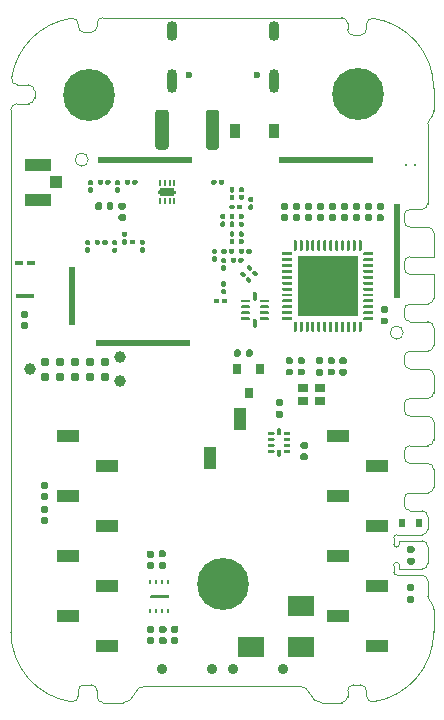
<source format=gbs>
G04 #@! TF.GenerationSoftware,KiCad,Pcbnew,(5.1.10)-1*
G04 #@! TF.CreationDate,2021-09-23T13:54:31+08:00*
G04 #@! TF.ProjectId,BeagleConnect Freedom,42656167-6c65-4436-9f6e-6e6563742046,B*
G04 #@! TF.SameCoordinates,Original*
G04 #@! TF.FileFunction,Soldermask,Bot*
G04 #@! TF.FilePolarity,Negative*
%FSLAX46Y46*%
G04 Gerber Fmt 4.6, Leading zero omitted, Abs format (unit mm)*
G04 Created by KiCad (PCBNEW (5.1.10)-1) date 2021-09-23 13:54:31*
%MOMM*%
%LPD*%
G01*
G04 APERTURE LIST*
G04 #@! TA.AperFunction,Profile*
%ADD10C,0.050000*%
G04 #@! TD*
%ADD11C,0.152400*%
%ADD12R,5.150000X5.150000*%
%ADD13R,0.600000X0.700000*%
%ADD14R,2.250000X1.700000*%
%ADD15R,1.900000X1.000000*%
%ADD16R,1.000000X1.900000*%
%ADD17R,2.200000X1.050000*%
%ADD18R,1.050000X1.000000*%
%ADD19C,0.600000*%
%ADD20O,0.900000X1.700000*%
%ADD21O,0.900000X2.000000*%
%ADD22C,0.787400*%
%ADD23C,0.990600*%
%ADD24C,0.240000*%
%ADD25R,1.600000X0.350000*%
%ADD26R,0.650000X0.350000*%
%ADD27R,0.900000X0.800000*%
%ADD28R,0.250000X0.300000*%
%ADD29C,0.100000*%
%ADD30C,0.700000*%
%ADD31C,4.400000*%
%ADD32R,0.800000X0.900000*%
%ADD33R,0.900000X1.200000*%
%ADD34C,0.900000*%
%ADD35R,0.203200X0.558800*%
%ADD36R,1.244600X0.762000*%
%ADD37R,0.500000X5.000000*%
%ADD38R,0.500000X8.000000*%
%ADD39R,8.000000X0.500000*%
G04 APERTURE END LIST*
D10*
X289279000Y-51088000D02*
G75*
G03*
X289279000Y-51088000I-550000J0D01*
G01*
X262609000Y-36441000D02*
G75*
G03*
X262609000Y-36441000I-550000J0D01*
G01*
X291863382Y-48158779D02*
X291863382Y-46158779D01*
X291863382Y-48158779D02*
G75*
G02*
X291363382Y-48658779I-500000J0D01*
G01*
X289863382Y-48658779D02*
X291363382Y-48658779D01*
X289363382Y-49158779D02*
G75*
G02*
X289863382Y-48658779I500000J0D01*
G01*
X289363382Y-49658779D02*
X289363382Y-49158779D01*
X289863382Y-50158779D02*
G75*
G02*
X289363382Y-49658779I0J500000D01*
G01*
X291363382Y-50158779D02*
X289863382Y-50158779D01*
X291363382Y-50158779D02*
G75*
G02*
X291863382Y-50658779I0J-500000D01*
G01*
X291863382Y-52158779D02*
X291863382Y-50658779D01*
X291863382Y-52158779D02*
G75*
G02*
X291363382Y-52658779I-500000J0D01*
G01*
X289863382Y-52658779D02*
X291363382Y-52658779D01*
X289363382Y-53158779D02*
G75*
G02*
X289863382Y-52658779I500000J0D01*
G01*
X289363382Y-53658779D02*
X289363382Y-53158779D01*
X289863382Y-54158779D02*
G75*
G02*
X289363382Y-53658779I0J500000D01*
G01*
X291363382Y-54158779D02*
X289863382Y-54158779D01*
X291363382Y-54158779D02*
G75*
G02*
X291863382Y-54658779I0J-500000D01*
G01*
X291863382Y-56158779D02*
X291863382Y-54658779D01*
X291863382Y-56158779D02*
G75*
G02*
X291363382Y-56658779I-500000J0D01*
G01*
X289863382Y-56658779D02*
X291363382Y-56658779D01*
X289363382Y-57158779D02*
G75*
G02*
X289863382Y-56658779I500000J0D01*
G01*
X289363382Y-57658779D02*
X289363382Y-57158779D01*
X289863382Y-58158779D02*
G75*
G02*
X289363382Y-57658779I0J500000D01*
G01*
X291363382Y-58158779D02*
X289863382Y-58158779D01*
X291363382Y-58158779D02*
G75*
G02*
X291863382Y-58658779I0J-500000D01*
G01*
X291863382Y-60158779D02*
X291863382Y-58658779D01*
X291863382Y-60158779D02*
G75*
G02*
X291363382Y-60658779I-500000J0D01*
G01*
X289863382Y-60658779D02*
X291363382Y-60658779D01*
X289363382Y-61158779D02*
G75*
G02*
X289863382Y-60658779I500000J0D01*
G01*
X289363382Y-61658779D02*
X289363382Y-61158779D01*
X289863382Y-62158779D02*
G75*
G02*
X289363382Y-61658779I0J500000D01*
G01*
X291363382Y-62158779D02*
X289863382Y-62158779D01*
X291363382Y-62158779D02*
G75*
G02*
X291863382Y-62658779I0J-500000D01*
G01*
X291863382Y-64158779D02*
X291863382Y-62658779D01*
X291863382Y-64158779D02*
G75*
G02*
X291363382Y-64658779I-500000J0D01*
G01*
X289863382Y-64658779D02*
X291363382Y-64658779D01*
X289363382Y-65158779D02*
G75*
G02*
X289863382Y-64658779I500000J0D01*
G01*
X289363382Y-65658779D02*
X289363382Y-65158779D01*
X289863382Y-66158779D02*
G75*
G02*
X289363382Y-65658779I0J500000D01*
G01*
X290863382Y-66158779D02*
X289863382Y-66158779D01*
X290863382Y-66158779D02*
G75*
G02*
X291363382Y-66658779I0J-500000D01*
G01*
X291363382Y-67708779D02*
X291363382Y-66658779D01*
X291363382Y-67708779D02*
G75*
G02*
X290863382Y-68208779I-500000J0D01*
G01*
X288713382Y-68208779D02*
X290863382Y-68208779D01*
X288463382Y-68458779D02*
G75*
G02*
X288713382Y-68208779I250000J0D01*
G01*
X288463382Y-69008779D02*
X288463382Y-68458779D01*
X288963382Y-69008779D02*
G75*
G02*
X288463382Y-69008779I-250000J0D01*
G01*
X288963382Y-68708779D02*
X288963382Y-69008779D01*
X290863382Y-68708779D02*
X288963382Y-68708779D01*
X290863382Y-68708779D02*
G75*
G02*
X291363382Y-69208779I0J-500000D01*
G01*
X291363382Y-70608779D02*
X291363382Y-69208779D01*
X291363382Y-70608779D02*
G75*
G02*
X290863382Y-71108779I-500000J0D01*
G01*
X288963382Y-71108779D02*
X290863382Y-71108779D01*
X288963382Y-70808779D02*
X288963382Y-71108779D01*
X288463382Y-70808779D02*
G75*
G02*
X288963382Y-70808779I250000J0D01*
G01*
X288463382Y-71358779D02*
X288463382Y-70808779D01*
X288713382Y-71608779D02*
G75*
G02*
X288463382Y-71358779I0J250000D01*
G01*
X290863382Y-71608779D02*
X288713382Y-71608779D01*
X290863382Y-71608779D02*
G75*
G02*
X291363382Y-72108779I0J-500000D01*
G01*
X291363382Y-73408779D02*
X291363382Y-72108779D01*
X291530049Y-73781457D02*
G75*
G02*
X291363382Y-73408779I333333J372678D01*
G01*
X291530049Y-73781457D02*
G75*
G02*
X291863382Y-74526813I-666667J-745356D01*
G01*
X291863382Y-76408779D02*
X291863382Y-74526813D01*
X291863381Y-76408779D02*
G75*
G02*
X286736109Y-82344968I-5999999J0D01*
G01*
X286736109Y-82344968D02*
G75*
G02*
X286163382Y-81850286I-72727J494682D01*
G01*
X286163382Y-81408779D02*
X286163382Y-81850286D01*
X285663382Y-80908779D02*
G75*
G02*
X286163382Y-81408779I0J-500000D01*
G01*
X285063382Y-80908779D02*
X285663382Y-80908779D01*
X284563382Y-81408779D02*
G75*
G02*
X285063382Y-80908779I500000J0D01*
G01*
X284563382Y-81908779D02*
X284563382Y-81408779D01*
X284563382Y-81908779D02*
G75*
G02*
X284063382Y-82408779I-500000J0D01*
G01*
X282371260Y-82408779D02*
X284063382Y-82408779D01*
X282371260Y-82408779D02*
G75*
G02*
X281417321Y-81708779I0J1000000D01*
G01*
X280463382Y-81008779D02*
G75*
G02*
X281417321Y-81708779I0J-1000000D01*
G01*
X267463382Y-81008779D02*
X280463382Y-81008779D01*
X266509443Y-81708779D02*
G75*
G02*
X267463382Y-81008779I953939J-300000D01*
G01*
X266509442Y-81708779D02*
G75*
G02*
X265555503Y-82408779I-953939J300000D01*
G01*
X263863382Y-82408779D02*
X265555503Y-82408779D01*
X263863382Y-82408779D02*
G75*
G02*
X263363382Y-81908779I0J500000D01*
G01*
X263363382Y-81408779D02*
X263363382Y-81908779D01*
X262863382Y-80908779D02*
G75*
G02*
X263363382Y-81408779I0J-500000D01*
G01*
X262263382Y-80908779D02*
X262863382Y-80908779D01*
X261763382Y-81408779D02*
G75*
G02*
X262263382Y-80908779I500000J0D01*
G01*
X261763382Y-81850286D02*
X261763382Y-81408779D01*
X261763382Y-81850287D02*
G75*
G02*
X261190654Y-82344968I-500000J1D01*
G01*
X261190655Y-82344969D02*
G75*
G02*
X256063382Y-76408779I872727J5936190D01*
G01*
X256063382Y-32208779D02*
X256063382Y-76408779D01*
X256063382Y-32208779D02*
G75*
G02*
X256563382Y-31708779I500000J0D01*
G01*
X257563382Y-31708779D02*
X256563382Y-31708779D01*
X258063382Y-31208779D02*
G75*
G02*
X257563382Y-31708779I-500000J0D01*
G01*
X258063382Y-30608779D02*
X258063382Y-31208779D01*
X257563382Y-30108779D02*
G75*
G02*
X258063382Y-30608779I0J-500000D01*
G01*
X256621874Y-30108779D02*
X257563382Y-30108779D01*
X256621874Y-30108778D02*
G75*
G02*
X256127192Y-29536052I0J499999D01*
G01*
X256127192Y-29536052D02*
G75*
G02*
X261190654Y-24472589I5936190J-872727D01*
G01*
X261190655Y-24472590D02*
G75*
G02*
X261763382Y-24967272I72727J-494682D01*
G01*
X261763382Y-25158779D02*
X261763382Y-24967272D01*
X262263382Y-25658779D02*
G75*
G02*
X261763382Y-25158779I0J500000D01*
G01*
X262863382Y-25658779D02*
X262263382Y-25658779D01*
X263363382Y-25158779D02*
G75*
G02*
X262863382Y-25658779I-500000J0D01*
G01*
X263363382Y-24908779D02*
X263363382Y-25158779D01*
X263363382Y-24908779D02*
G75*
G02*
X263863382Y-24408779I500000J0D01*
G01*
X284063382Y-24408779D02*
X263863382Y-24408779D01*
X284063382Y-24408779D02*
G75*
G02*
X284563382Y-24908779I0J-500000D01*
G01*
X284563382Y-25408779D02*
X284563382Y-24908779D01*
X285063382Y-25908779D02*
G75*
G02*
X284563382Y-25408779I0J500000D01*
G01*
X285663382Y-25908779D02*
X285063382Y-25908779D01*
X286163382Y-25408779D02*
G75*
G02*
X285663382Y-25908779I-500000J0D01*
G01*
X286163382Y-24967272D02*
X286163382Y-25408779D01*
X286163382Y-24967272D02*
G75*
G02*
X286736109Y-24472589I500000J0D01*
G01*
X286736109Y-24472589D02*
G75*
G02*
X291863382Y-30408779I-872727J-5936190D01*
G01*
X291863382Y-32290745D02*
X291863382Y-30408779D01*
X291863382Y-32290746D02*
G75*
G02*
X291530048Y-33036101I-1000000J1D01*
G01*
X291363382Y-33408779D02*
G75*
G02*
X291530048Y-33036101I500000J0D01*
G01*
X291363382Y-40158779D02*
X291363382Y-33408779D01*
X291363382Y-40158779D02*
G75*
G02*
X290863382Y-40658779I-500000J0D01*
G01*
X289863382Y-40658779D02*
X290863382Y-40658779D01*
X289363382Y-41158779D02*
G75*
G02*
X289863382Y-40658779I500000J0D01*
G01*
X289363382Y-41658779D02*
X289363382Y-41158779D01*
X289863382Y-42158779D02*
G75*
G02*
X289363382Y-41658779I0J500000D01*
G01*
X291363382Y-42158779D02*
X289863382Y-42158779D01*
X291363382Y-42158779D02*
G75*
G02*
X291863382Y-42658779I0J-500000D01*
G01*
X291863382Y-44658779D02*
X291863382Y-42658779D01*
X289863382Y-44658779D02*
X291863382Y-44658779D01*
X289363382Y-45158779D02*
G75*
G02*
X289863382Y-44658779I500000J0D01*
G01*
X289363382Y-45658779D02*
X289363382Y-45158779D01*
X289863382Y-46158779D02*
G75*
G02*
X289363382Y-45658779I0J500000D01*
G01*
X291863382Y-46158779D02*
X289863382Y-46158779D01*
X289363382Y-57658779D02*
X289363382Y-57158779D01*
X289863382Y-58158779D02*
G75*
G02*
X289363382Y-57658779I0J500000D01*
G01*
X291363382Y-58158779D02*
X289863382Y-58158779D01*
X291363382Y-58158779D02*
G75*
G02*
X291863382Y-58658779I0J-500000D01*
G01*
X291863382Y-60158779D02*
X291863382Y-58658779D01*
X291863382Y-60158779D02*
G75*
G02*
X291363382Y-60658779I-500000J0D01*
G01*
X289863382Y-60658779D02*
X291363382Y-60658779D01*
X289363382Y-61158779D02*
G75*
G02*
X289863382Y-60658779I500000J0D01*
G01*
X289363382Y-61658779D02*
X289363382Y-61158779D01*
X289863382Y-62158779D02*
G75*
G02*
X289363382Y-61658779I0J500000D01*
G01*
X291363382Y-62158779D02*
X289863382Y-62158779D01*
X291363382Y-62158779D02*
G75*
G02*
X291863382Y-62658779I0J-500000D01*
G01*
X291863382Y-64158779D02*
X291863382Y-62658779D01*
X291863382Y-64158779D02*
G75*
G02*
X291363382Y-64658779I-500000J0D01*
G01*
X289863382Y-64658779D02*
X291363382Y-64658779D01*
X289363382Y-65158779D02*
G75*
G02*
X289863382Y-64658779I500000J0D01*
G01*
X289363382Y-65658779D02*
X289363382Y-65158779D01*
X289863382Y-66158779D02*
G75*
G02*
X289363382Y-65658779I0J500000D01*
G01*
X290863382Y-66158779D02*
X289863382Y-66158779D01*
X290863382Y-66158779D02*
G75*
G02*
X291363382Y-66658779I0J-500000D01*
G01*
X291363382Y-67708779D02*
X291363382Y-66658779D01*
X291363382Y-67708779D02*
G75*
G02*
X290863382Y-68208779I-500000J0D01*
G01*
X288713382Y-68208779D02*
X290863382Y-68208779D01*
X288463382Y-68458779D02*
G75*
G02*
X288713382Y-68208779I250000J0D01*
G01*
X288463382Y-69008779D02*
X288463382Y-68458779D01*
X288963382Y-69008779D02*
G75*
G02*
X288463382Y-69008779I-250000J0D01*
G01*
X288963382Y-68708779D02*
X288963382Y-69008779D01*
X290863382Y-68708779D02*
X288963382Y-68708779D01*
X290863382Y-68708779D02*
G75*
G02*
X291363382Y-69208779I0J-500000D01*
G01*
X291363382Y-70608779D02*
X291363382Y-69208779D01*
X291363382Y-70608779D02*
G75*
G02*
X290863382Y-71108779I-500000J0D01*
G01*
X288963382Y-71108779D02*
X290863382Y-71108779D01*
X288963382Y-70808779D02*
X288963382Y-71108779D01*
X288463382Y-70808779D02*
G75*
G02*
X288963382Y-70808779I250000J0D01*
G01*
X288463382Y-71358779D02*
X288463382Y-70808779D01*
X288713382Y-71608779D02*
G75*
G02*
X288463382Y-71358779I0J250000D01*
G01*
X290863382Y-71608779D02*
X288713382Y-71608779D01*
X290863382Y-71608779D02*
G75*
G02*
X291363382Y-72108779I0J-500000D01*
G01*
X291363382Y-73408779D02*
X291363382Y-72108779D01*
X291530049Y-73781457D02*
G75*
G02*
X291363382Y-73408779I333333J372678D01*
G01*
X291530049Y-73781457D02*
G75*
G02*
X291863382Y-74526813I-666667J-745356D01*
G01*
X291863382Y-76408779D02*
X291863382Y-74526813D01*
X291863381Y-76408779D02*
G75*
G02*
X286736109Y-82344968I-5999999J0D01*
G01*
X286736109Y-82344968D02*
G75*
G02*
X286163382Y-81850286I-72727J494682D01*
G01*
X286163382Y-81408779D02*
X286163382Y-81850286D01*
X285663382Y-80908779D02*
G75*
G02*
X286163382Y-81408779I0J-500000D01*
G01*
X285063382Y-80908779D02*
X285663382Y-80908779D01*
X284563382Y-81408779D02*
G75*
G02*
X285063382Y-80908779I500000J0D01*
G01*
X284563382Y-81908779D02*
X284563382Y-81408779D01*
X284563382Y-81908779D02*
G75*
G02*
X284063382Y-82408779I-500000J0D01*
G01*
X282371260Y-82408779D02*
X284063382Y-82408779D01*
X282371260Y-82408779D02*
G75*
G02*
X281417321Y-81708779I0J1000000D01*
G01*
X280463382Y-81008779D02*
G75*
G02*
X281417321Y-81708779I0J-1000000D01*
G01*
X267463382Y-81008779D02*
X280463382Y-81008779D01*
X266509443Y-81708779D02*
G75*
G02*
X267463382Y-81008779I953939J-300000D01*
G01*
X266509442Y-81708779D02*
G75*
G02*
X265555503Y-82408779I-953939J300000D01*
G01*
X263863382Y-82408779D02*
X265555503Y-82408779D01*
X263863382Y-82408779D02*
G75*
G02*
X263363382Y-81908779I0J500000D01*
G01*
X263363382Y-81408779D02*
X263363382Y-81908779D01*
X262863382Y-80908779D02*
G75*
G02*
X263363382Y-81408779I0J-500000D01*
G01*
X262263382Y-80908779D02*
X262863382Y-80908779D01*
X261763382Y-81408779D02*
G75*
G02*
X262263382Y-80908779I500000J0D01*
G01*
X261763382Y-81850286D02*
X261763382Y-81408779D01*
X261763382Y-81850287D02*
G75*
G02*
X261190654Y-82344968I-500000J1D01*
G01*
X261190655Y-82344969D02*
G75*
G02*
X256063382Y-76408779I872727J5936190D01*
G01*
X256063382Y-32208779D02*
X256063382Y-76408779D01*
X256063382Y-32208779D02*
G75*
G02*
X256563382Y-31708779I500000J0D01*
G01*
X257563382Y-31708779D02*
X256563382Y-31708779D01*
X258063382Y-31208779D02*
G75*
G02*
X257563382Y-31708779I-500000J0D01*
G01*
X258063382Y-30608779D02*
X258063382Y-31208779D01*
X257563382Y-30108779D02*
G75*
G02*
X258063382Y-30608779I0J-500000D01*
G01*
X256621874Y-30108779D02*
X257563382Y-30108779D01*
X256621874Y-30108778D02*
G75*
G02*
X256127192Y-29536052I0J499999D01*
G01*
X256127192Y-29536052D02*
G75*
G02*
X261190654Y-24472589I5936190J-872727D01*
G01*
X261190655Y-24472590D02*
G75*
G02*
X261763382Y-24967272I72727J-494682D01*
G01*
X261763382Y-25158779D02*
X261763382Y-24967272D01*
X262263382Y-25658779D02*
G75*
G02*
X261763382Y-25158779I0J500000D01*
G01*
X262863382Y-25658779D02*
X262263382Y-25658779D01*
X263363382Y-25158779D02*
G75*
G02*
X262863382Y-25658779I-500000J0D01*
G01*
X263363382Y-24908779D02*
X263363382Y-25158779D01*
X263363382Y-24908779D02*
G75*
G02*
X263863382Y-24408779I500000J0D01*
G01*
X284063382Y-24408779D02*
X263863382Y-24408779D01*
X284063382Y-24408779D02*
G75*
G02*
X284563382Y-24908779I0J-500000D01*
G01*
X284563382Y-25408779D02*
X284563382Y-24908779D01*
X285063382Y-25908779D02*
G75*
G02*
X284563382Y-25408779I0J500000D01*
G01*
X285663382Y-25908779D02*
X285063382Y-25908779D01*
X286163382Y-25408779D02*
G75*
G02*
X285663382Y-25908779I-500000J0D01*
G01*
X286163382Y-24967272D02*
X286163382Y-25408779D01*
X286163382Y-24967272D02*
G75*
G02*
X286736109Y-24472589I500000J0D01*
G01*
X286736109Y-24472589D02*
G75*
G02*
X291863382Y-30408779I-872727J-5936190D01*
G01*
X291863382Y-32290745D02*
X291863382Y-30408779D01*
X291863382Y-32290746D02*
G75*
G02*
X291530048Y-33036101I-1000000J1D01*
G01*
X291363382Y-33408779D02*
G75*
G02*
X291530048Y-33036101I500000J0D01*
G01*
X291363382Y-40158779D02*
X291363382Y-33408779D01*
X291363382Y-40158779D02*
G75*
G02*
X290863382Y-40658779I-500000J0D01*
G01*
X289863382Y-40658779D02*
X290863382Y-40658779D01*
X289363382Y-41158779D02*
G75*
G02*
X289863382Y-40658779I500000J0D01*
G01*
X289363382Y-41658779D02*
X289363382Y-41158779D01*
X289863382Y-42158779D02*
G75*
G02*
X289363382Y-41658779I0J500000D01*
G01*
X291363382Y-42158779D02*
X289863382Y-42158779D01*
X291363382Y-42158779D02*
G75*
G02*
X291863382Y-42658779I0J-500000D01*
G01*
X291863382Y-44658779D02*
X291863382Y-42658779D01*
X289863382Y-44658779D02*
X291863382Y-44658779D01*
X289363382Y-45158779D02*
G75*
G02*
X289863382Y-44658779I500000J0D01*
G01*
X289363382Y-45658779D02*
X289363382Y-45158779D01*
X289863382Y-46158779D02*
G75*
G02*
X289363382Y-45658779I0J500000D01*
G01*
X291863382Y-46158779D02*
X289863382Y-46158779D01*
X291863382Y-48158779D02*
X291863382Y-46158779D01*
X291863382Y-48158779D02*
G75*
G02*
X291363382Y-48658779I-500000J0D01*
G01*
X289863382Y-48658779D02*
X291363382Y-48658779D01*
X289363382Y-49158779D02*
G75*
G02*
X289863382Y-48658779I500000J0D01*
G01*
X289363382Y-49658779D02*
X289363382Y-49158779D01*
X289863382Y-50158779D02*
G75*
G02*
X289363382Y-49658779I0J500000D01*
G01*
X291363382Y-50158779D02*
X289863382Y-50158779D01*
X291363382Y-50158779D02*
G75*
G02*
X291863382Y-50658779I0J-500000D01*
G01*
X291863382Y-52158779D02*
X291863382Y-50658779D01*
X291863382Y-52158779D02*
G75*
G02*
X291363382Y-52658779I-500000J0D01*
G01*
X289863382Y-52658779D02*
X291363382Y-52658779D01*
X289363382Y-53158779D02*
G75*
G02*
X289863382Y-52658779I500000J0D01*
G01*
X289363382Y-53658779D02*
X289363382Y-53158779D01*
X289863382Y-54158779D02*
G75*
G02*
X289363382Y-53658779I0J500000D01*
G01*
X291363382Y-54158779D02*
X289863382Y-54158779D01*
X291363382Y-54158779D02*
G75*
G02*
X291863382Y-54658779I0J-500000D01*
G01*
X291863382Y-56158779D02*
X291863382Y-54658779D01*
X291863382Y-56158779D02*
G75*
G02*
X291363382Y-56658779I-500000J0D01*
G01*
X289863382Y-56658779D02*
X291363382Y-56658779D01*
X289363382Y-57158779D02*
G75*
G02*
X289863382Y-56658779I500000J0D01*
G01*
X286463382Y-30908779D02*
G75*
G03*
X286463382Y-30908779I-1100000J0D01*
G01*
X263663382Y-30908779D02*
G75*
G03*
X263663382Y-30908779I-1100000J0D01*
G01*
X286463382Y-30908779D02*
G75*
G03*
X286463382Y-30908779I-1100000J0D01*
G01*
X263663382Y-30908779D02*
G75*
G03*
X263663382Y-30908779I-1100000J0D01*
G01*
D11*
X268677700Y-39058400D02*
X268626900Y-39058400D01*
X268626900Y-39058400D02*
X268626900Y-39160000D01*
X268626900Y-39160000D02*
X268677700Y-39160000D01*
X268677700Y-39160000D02*
X268677700Y-39058400D01*
X268677700Y-39261600D02*
X268626900Y-39261600D01*
X268626900Y-39261600D02*
X268626900Y-39160000D01*
X268626900Y-39160000D02*
X268677700Y-39160000D01*
X268677700Y-39160000D02*
X268677700Y-39261600D01*
X269922300Y-39058400D02*
X269973100Y-39058400D01*
X269973100Y-39058400D02*
X269973100Y-39160000D01*
X269973100Y-39160000D02*
X269922300Y-39160000D01*
X269922300Y-39160000D02*
X269922300Y-39058400D01*
X269922300Y-39261600D02*
X269973100Y-39261600D01*
X269973100Y-39261600D02*
X269973100Y-39160000D01*
X269973100Y-39160000D02*
X269922300Y-39160000D01*
X269922300Y-39160000D02*
X269922300Y-39261600D01*
D12*
X282888500Y-47154000D03*
G36*
G01*
X280013500Y-50966500D02*
X280013500Y-50216500D01*
G75*
G02*
X280076000Y-50154000I62500J0D01*
G01*
X280201000Y-50154000D01*
G75*
G02*
X280263500Y-50216500I0J-62500D01*
G01*
X280263500Y-50966500D01*
G75*
G02*
X280201000Y-51029000I-62500J0D01*
G01*
X280076000Y-51029000D01*
G75*
G02*
X280013500Y-50966500I0J62500D01*
G01*
G37*
G36*
G01*
X280513500Y-50966500D02*
X280513500Y-50216500D01*
G75*
G02*
X280576000Y-50154000I62500J0D01*
G01*
X280701000Y-50154000D01*
G75*
G02*
X280763500Y-50216500I0J-62500D01*
G01*
X280763500Y-50966500D01*
G75*
G02*
X280701000Y-51029000I-62500J0D01*
G01*
X280576000Y-51029000D01*
G75*
G02*
X280513500Y-50966500I0J62500D01*
G01*
G37*
G36*
G01*
X281013500Y-50966500D02*
X281013500Y-50216500D01*
G75*
G02*
X281076000Y-50154000I62500J0D01*
G01*
X281201000Y-50154000D01*
G75*
G02*
X281263500Y-50216500I0J-62500D01*
G01*
X281263500Y-50966500D01*
G75*
G02*
X281201000Y-51029000I-62500J0D01*
G01*
X281076000Y-51029000D01*
G75*
G02*
X281013500Y-50966500I0J62500D01*
G01*
G37*
G36*
G01*
X281513500Y-50966500D02*
X281513500Y-50216500D01*
G75*
G02*
X281576000Y-50154000I62500J0D01*
G01*
X281701000Y-50154000D01*
G75*
G02*
X281763500Y-50216500I0J-62500D01*
G01*
X281763500Y-50966500D01*
G75*
G02*
X281701000Y-51029000I-62500J0D01*
G01*
X281576000Y-51029000D01*
G75*
G02*
X281513500Y-50966500I0J62500D01*
G01*
G37*
G36*
G01*
X282013500Y-50966500D02*
X282013500Y-50216500D01*
G75*
G02*
X282076000Y-50154000I62500J0D01*
G01*
X282201000Y-50154000D01*
G75*
G02*
X282263500Y-50216500I0J-62500D01*
G01*
X282263500Y-50966500D01*
G75*
G02*
X282201000Y-51029000I-62500J0D01*
G01*
X282076000Y-51029000D01*
G75*
G02*
X282013500Y-50966500I0J62500D01*
G01*
G37*
G36*
G01*
X282513500Y-50966500D02*
X282513500Y-50216500D01*
G75*
G02*
X282576000Y-50154000I62500J0D01*
G01*
X282701000Y-50154000D01*
G75*
G02*
X282763500Y-50216500I0J-62500D01*
G01*
X282763500Y-50966500D01*
G75*
G02*
X282701000Y-51029000I-62500J0D01*
G01*
X282576000Y-51029000D01*
G75*
G02*
X282513500Y-50966500I0J62500D01*
G01*
G37*
G36*
G01*
X283013500Y-50966500D02*
X283013500Y-50216500D01*
G75*
G02*
X283076000Y-50154000I62500J0D01*
G01*
X283201000Y-50154000D01*
G75*
G02*
X283263500Y-50216500I0J-62500D01*
G01*
X283263500Y-50966500D01*
G75*
G02*
X283201000Y-51029000I-62500J0D01*
G01*
X283076000Y-51029000D01*
G75*
G02*
X283013500Y-50966500I0J62500D01*
G01*
G37*
G36*
G01*
X283513500Y-50966500D02*
X283513500Y-50216500D01*
G75*
G02*
X283576000Y-50154000I62500J0D01*
G01*
X283701000Y-50154000D01*
G75*
G02*
X283763500Y-50216500I0J-62500D01*
G01*
X283763500Y-50966500D01*
G75*
G02*
X283701000Y-51029000I-62500J0D01*
G01*
X283576000Y-51029000D01*
G75*
G02*
X283513500Y-50966500I0J62500D01*
G01*
G37*
G36*
G01*
X284013500Y-50966500D02*
X284013500Y-50216500D01*
G75*
G02*
X284076000Y-50154000I62500J0D01*
G01*
X284201000Y-50154000D01*
G75*
G02*
X284263500Y-50216500I0J-62500D01*
G01*
X284263500Y-50966500D01*
G75*
G02*
X284201000Y-51029000I-62500J0D01*
G01*
X284076000Y-51029000D01*
G75*
G02*
X284013500Y-50966500I0J62500D01*
G01*
G37*
G36*
G01*
X284513500Y-50966500D02*
X284513500Y-50216500D01*
G75*
G02*
X284576000Y-50154000I62500J0D01*
G01*
X284701000Y-50154000D01*
G75*
G02*
X284763500Y-50216500I0J-62500D01*
G01*
X284763500Y-50966500D01*
G75*
G02*
X284701000Y-51029000I-62500J0D01*
G01*
X284576000Y-51029000D01*
G75*
G02*
X284513500Y-50966500I0J62500D01*
G01*
G37*
G36*
G01*
X285013500Y-50966500D02*
X285013500Y-50216500D01*
G75*
G02*
X285076000Y-50154000I62500J0D01*
G01*
X285201000Y-50154000D01*
G75*
G02*
X285263500Y-50216500I0J-62500D01*
G01*
X285263500Y-50966500D01*
G75*
G02*
X285201000Y-51029000I-62500J0D01*
G01*
X285076000Y-51029000D01*
G75*
G02*
X285013500Y-50966500I0J62500D01*
G01*
G37*
G36*
G01*
X285513500Y-50966500D02*
X285513500Y-50216500D01*
G75*
G02*
X285576000Y-50154000I62500J0D01*
G01*
X285701000Y-50154000D01*
G75*
G02*
X285763500Y-50216500I0J-62500D01*
G01*
X285763500Y-50966500D01*
G75*
G02*
X285701000Y-51029000I-62500J0D01*
G01*
X285576000Y-51029000D01*
G75*
G02*
X285513500Y-50966500I0J62500D01*
G01*
G37*
G36*
G01*
X285888500Y-49966500D02*
X285888500Y-49841500D01*
G75*
G02*
X285951000Y-49779000I62500J0D01*
G01*
X286701000Y-49779000D01*
G75*
G02*
X286763500Y-49841500I0J-62500D01*
G01*
X286763500Y-49966500D01*
G75*
G02*
X286701000Y-50029000I-62500J0D01*
G01*
X285951000Y-50029000D01*
G75*
G02*
X285888500Y-49966500I0J62500D01*
G01*
G37*
G36*
G01*
X285888500Y-49466500D02*
X285888500Y-49341500D01*
G75*
G02*
X285951000Y-49279000I62500J0D01*
G01*
X286701000Y-49279000D01*
G75*
G02*
X286763500Y-49341500I0J-62500D01*
G01*
X286763500Y-49466500D01*
G75*
G02*
X286701000Y-49529000I-62500J0D01*
G01*
X285951000Y-49529000D01*
G75*
G02*
X285888500Y-49466500I0J62500D01*
G01*
G37*
G36*
G01*
X285888500Y-48966500D02*
X285888500Y-48841500D01*
G75*
G02*
X285951000Y-48779000I62500J0D01*
G01*
X286701000Y-48779000D01*
G75*
G02*
X286763500Y-48841500I0J-62500D01*
G01*
X286763500Y-48966500D01*
G75*
G02*
X286701000Y-49029000I-62500J0D01*
G01*
X285951000Y-49029000D01*
G75*
G02*
X285888500Y-48966500I0J62500D01*
G01*
G37*
G36*
G01*
X285888500Y-48466500D02*
X285888500Y-48341500D01*
G75*
G02*
X285951000Y-48279000I62500J0D01*
G01*
X286701000Y-48279000D01*
G75*
G02*
X286763500Y-48341500I0J-62500D01*
G01*
X286763500Y-48466500D01*
G75*
G02*
X286701000Y-48529000I-62500J0D01*
G01*
X285951000Y-48529000D01*
G75*
G02*
X285888500Y-48466500I0J62500D01*
G01*
G37*
G36*
G01*
X285888500Y-47966500D02*
X285888500Y-47841500D01*
G75*
G02*
X285951000Y-47779000I62500J0D01*
G01*
X286701000Y-47779000D01*
G75*
G02*
X286763500Y-47841500I0J-62500D01*
G01*
X286763500Y-47966500D01*
G75*
G02*
X286701000Y-48029000I-62500J0D01*
G01*
X285951000Y-48029000D01*
G75*
G02*
X285888500Y-47966500I0J62500D01*
G01*
G37*
G36*
G01*
X285888500Y-47466500D02*
X285888500Y-47341500D01*
G75*
G02*
X285951000Y-47279000I62500J0D01*
G01*
X286701000Y-47279000D01*
G75*
G02*
X286763500Y-47341500I0J-62500D01*
G01*
X286763500Y-47466500D01*
G75*
G02*
X286701000Y-47529000I-62500J0D01*
G01*
X285951000Y-47529000D01*
G75*
G02*
X285888500Y-47466500I0J62500D01*
G01*
G37*
G36*
G01*
X285888500Y-46966500D02*
X285888500Y-46841500D01*
G75*
G02*
X285951000Y-46779000I62500J0D01*
G01*
X286701000Y-46779000D01*
G75*
G02*
X286763500Y-46841500I0J-62500D01*
G01*
X286763500Y-46966500D01*
G75*
G02*
X286701000Y-47029000I-62500J0D01*
G01*
X285951000Y-47029000D01*
G75*
G02*
X285888500Y-46966500I0J62500D01*
G01*
G37*
G36*
G01*
X285888500Y-46466500D02*
X285888500Y-46341500D01*
G75*
G02*
X285951000Y-46279000I62500J0D01*
G01*
X286701000Y-46279000D01*
G75*
G02*
X286763500Y-46341500I0J-62500D01*
G01*
X286763500Y-46466500D01*
G75*
G02*
X286701000Y-46529000I-62500J0D01*
G01*
X285951000Y-46529000D01*
G75*
G02*
X285888500Y-46466500I0J62500D01*
G01*
G37*
G36*
G01*
X285888500Y-45966500D02*
X285888500Y-45841500D01*
G75*
G02*
X285951000Y-45779000I62500J0D01*
G01*
X286701000Y-45779000D01*
G75*
G02*
X286763500Y-45841500I0J-62500D01*
G01*
X286763500Y-45966500D01*
G75*
G02*
X286701000Y-46029000I-62500J0D01*
G01*
X285951000Y-46029000D01*
G75*
G02*
X285888500Y-45966500I0J62500D01*
G01*
G37*
G36*
G01*
X285888500Y-45466500D02*
X285888500Y-45341500D01*
G75*
G02*
X285951000Y-45279000I62500J0D01*
G01*
X286701000Y-45279000D01*
G75*
G02*
X286763500Y-45341500I0J-62500D01*
G01*
X286763500Y-45466500D01*
G75*
G02*
X286701000Y-45529000I-62500J0D01*
G01*
X285951000Y-45529000D01*
G75*
G02*
X285888500Y-45466500I0J62500D01*
G01*
G37*
G36*
G01*
X285888500Y-44966500D02*
X285888500Y-44841500D01*
G75*
G02*
X285951000Y-44779000I62500J0D01*
G01*
X286701000Y-44779000D01*
G75*
G02*
X286763500Y-44841500I0J-62500D01*
G01*
X286763500Y-44966500D01*
G75*
G02*
X286701000Y-45029000I-62500J0D01*
G01*
X285951000Y-45029000D01*
G75*
G02*
X285888500Y-44966500I0J62500D01*
G01*
G37*
G36*
G01*
X285888500Y-44466500D02*
X285888500Y-44341500D01*
G75*
G02*
X285951000Y-44279000I62500J0D01*
G01*
X286701000Y-44279000D01*
G75*
G02*
X286763500Y-44341500I0J-62500D01*
G01*
X286763500Y-44466500D01*
G75*
G02*
X286701000Y-44529000I-62500J0D01*
G01*
X285951000Y-44529000D01*
G75*
G02*
X285888500Y-44466500I0J62500D01*
G01*
G37*
G36*
G01*
X285513500Y-44091500D02*
X285513500Y-43341500D01*
G75*
G02*
X285576000Y-43279000I62500J0D01*
G01*
X285701000Y-43279000D01*
G75*
G02*
X285763500Y-43341500I0J-62500D01*
G01*
X285763500Y-44091500D01*
G75*
G02*
X285701000Y-44154000I-62500J0D01*
G01*
X285576000Y-44154000D01*
G75*
G02*
X285513500Y-44091500I0J62500D01*
G01*
G37*
G36*
G01*
X285013500Y-44091500D02*
X285013500Y-43341500D01*
G75*
G02*
X285076000Y-43279000I62500J0D01*
G01*
X285201000Y-43279000D01*
G75*
G02*
X285263500Y-43341500I0J-62500D01*
G01*
X285263500Y-44091500D01*
G75*
G02*
X285201000Y-44154000I-62500J0D01*
G01*
X285076000Y-44154000D01*
G75*
G02*
X285013500Y-44091500I0J62500D01*
G01*
G37*
G36*
G01*
X284513500Y-44091500D02*
X284513500Y-43341500D01*
G75*
G02*
X284576000Y-43279000I62500J0D01*
G01*
X284701000Y-43279000D01*
G75*
G02*
X284763500Y-43341500I0J-62500D01*
G01*
X284763500Y-44091500D01*
G75*
G02*
X284701000Y-44154000I-62500J0D01*
G01*
X284576000Y-44154000D01*
G75*
G02*
X284513500Y-44091500I0J62500D01*
G01*
G37*
G36*
G01*
X284013500Y-44091500D02*
X284013500Y-43341500D01*
G75*
G02*
X284076000Y-43279000I62500J0D01*
G01*
X284201000Y-43279000D01*
G75*
G02*
X284263500Y-43341500I0J-62500D01*
G01*
X284263500Y-44091500D01*
G75*
G02*
X284201000Y-44154000I-62500J0D01*
G01*
X284076000Y-44154000D01*
G75*
G02*
X284013500Y-44091500I0J62500D01*
G01*
G37*
G36*
G01*
X283513500Y-44091500D02*
X283513500Y-43341500D01*
G75*
G02*
X283576000Y-43279000I62500J0D01*
G01*
X283701000Y-43279000D01*
G75*
G02*
X283763500Y-43341500I0J-62500D01*
G01*
X283763500Y-44091500D01*
G75*
G02*
X283701000Y-44154000I-62500J0D01*
G01*
X283576000Y-44154000D01*
G75*
G02*
X283513500Y-44091500I0J62500D01*
G01*
G37*
G36*
G01*
X283013500Y-44091500D02*
X283013500Y-43341500D01*
G75*
G02*
X283076000Y-43279000I62500J0D01*
G01*
X283201000Y-43279000D01*
G75*
G02*
X283263500Y-43341500I0J-62500D01*
G01*
X283263500Y-44091500D01*
G75*
G02*
X283201000Y-44154000I-62500J0D01*
G01*
X283076000Y-44154000D01*
G75*
G02*
X283013500Y-44091500I0J62500D01*
G01*
G37*
G36*
G01*
X282513500Y-44091500D02*
X282513500Y-43341500D01*
G75*
G02*
X282576000Y-43279000I62500J0D01*
G01*
X282701000Y-43279000D01*
G75*
G02*
X282763500Y-43341500I0J-62500D01*
G01*
X282763500Y-44091500D01*
G75*
G02*
X282701000Y-44154000I-62500J0D01*
G01*
X282576000Y-44154000D01*
G75*
G02*
X282513500Y-44091500I0J62500D01*
G01*
G37*
G36*
G01*
X282013500Y-44091500D02*
X282013500Y-43341500D01*
G75*
G02*
X282076000Y-43279000I62500J0D01*
G01*
X282201000Y-43279000D01*
G75*
G02*
X282263500Y-43341500I0J-62500D01*
G01*
X282263500Y-44091500D01*
G75*
G02*
X282201000Y-44154000I-62500J0D01*
G01*
X282076000Y-44154000D01*
G75*
G02*
X282013500Y-44091500I0J62500D01*
G01*
G37*
G36*
G01*
X281513500Y-44091500D02*
X281513500Y-43341500D01*
G75*
G02*
X281576000Y-43279000I62500J0D01*
G01*
X281701000Y-43279000D01*
G75*
G02*
X281763500Y-43341500I0J-62500D01*
G01*
X281763500Y-44091500D01*
G75*
G02*
X281701000Y-44154000I-62500J0D01*
G01*
X281576000Y-44154000D01*
G75*
G02*
X281513500Y-44091500I0J62500D01*
G01*
G37*
G36*
G01*
X281013500Y-44091500D02*
X281013500Y-43341500D01*
G75*
G02*
X281076000Y-43279000I62500J0D01*
G01*
X281201000Y-43279000D01*
G75*
G02*
X281263500Y-43341500I0J-62500D01*
G01*
X281263500Y-44091500D01*
G75*
G02*
X281201000Y-44154000I-62500J0D01*
G01*
X281076000Y-44154000D01*
G75*
G02*
X281013500Y-44091500I0J62500D01*
G01*
G37*
G36*
G01*
X280513500Y-44091500D02*
X280513500Y-43341500D01*
G75*
G02*
X280576000Y-43279000I62500J0D01*
G01*
X280701000Y-43279000D01*
G75*
G02*
X280763500Y-43341500I0J-62500D01*
G01*
X280763500Y-44091500D01*
G75*
G02*
X280701000Y-44154000I-62500J0D01*
G01*
X280576000Y-44154000D01*
G75*
G02*
X280513500Y-44091500I0J62500D01*
G01*
G37*
G36*
G01*
X280013500Y-44091500D02*
X280013500Y-43341500D01*
G75*
G02*
X280076000Y-43279000I62500J0D01*
G01*
X280201000Y-43279000D01*
G75*
G02*
X280263500Y-43341500I0J-62500D01*
G01*
X280263500Y-44091500D01*
G75*
G02*
X280201000Y-44154000I-62500J0D01*
G01*
X280076000Y-44154000D01*
G75*
G02*
X280013500Y-44091500I0J62500D01*
G01*
G37*
G36*
G01*
X279013500Y-44466500D02*
X279013500Y-44341500D01*
G75*
G02*
X279076000Y-44279000I62500J0D01*
G01*
X279826000Y-44279000D01*
G75*
G02*
X279888500Y-44341500I0J-62500D01*
G01*
X279888500Y-44466500D01*
G75*
G02*
X279826000Y-44529000I-62500J0D01*
G01*
X279076000Y-44529000D01*
G75*
G02*
X279013500Y-44466500I0J62500D01*
G01*
G37*
G36*
G01*
X279013500Y-44966500D02*
X279013500Y-44841500D01*
G75*
G02*
X279076000Y-44779000I62500J0D01*
G01*
X279826000Y-44779000D01*
G75*
G02*
X279888500Y-44841500I0J-62500D01*
G01*
X279888500Y-44966500D01*
G75*
G02*
X279826000Y-45029000I-62500J0D01*
G01*
X279076000Y-45029000D01*
G75*
G02*
X279013500Y-44966500I0J62500D01*
G01*
G37*
G36*
G01*
X279013500Y-45466500D02*
X279013500Y-45341500D01*
G75*
G02*
X279076000Y-45279000I62500J0D01*
G01*
X279826000Y-45279000D01*
G75*
G02*
X279888500Y-45341500I0J-62500D01*
G01*
X279888500Y-45466500D01*
G75*
G02*
X279826000Y-45529000I-62500J0D01*
G01*
X279076000Y-45529000D01*
G75*
G02*
X279013500Y-45466500I0J62500D01*
G01*
G37*
G36*
G01*
X279013500Y-45966500D02*
X279013500Y-45841500D01*
G75*
G02*
X279076000Y-45779000I62500J0D01*
G01*
X279826000Y-45779000D01*
G75*
G02*
X279888500Y-45841500I0J-62500D01*
G01*
X279888500Y-45966500D01*
G75*
G02*
X279826000Y-46029000I-62500J0D01*
G01*
X279076000Y-46029000D01*
G75*
G02*
X279013500Y-45966500I0J62500D01*
G01*
G37*
G36*
G01*
X279013500Y-46466500D02*
X279013500Y-46341500D01*
G75*
G02*
X279076000Y-46279000I62500J0D01*
G01*
X279826000Y-46279000D01*
G75*
G02*
X279888500Y-46341500I0J-62500D01*
G01*
X279888500Y-46466500D01*
G75*
G02*
X279826000Y-46529000I-62500J0D01*
G01*
X279076000Y-46529000D01*
G75*
G02*
X279013500Y-46466500I0J62500D01*
G01*
G37*
G36*
G01*
X279013500Y-46966500D02*
X279013500Y-46841500D01*
G75*
G02*
X279076000Y-46779000I62500J0D01*
G01*
X279826000Y-46779000D01*
G75*
G02*
X279888500Y-46841500I0J-62500D01*
G01*
X279888500Y-46966500D01*
G75*
G02*
X279826000Y-47029000I-62500J0D01*
G01*
X279076000Y-47029000D01*
G75*
G02*
X279013500Y-46966500I0J62500D01*
G01*
G37*
G36*
G01*
X279013500Y-47466500D02*
X279013500Y-47341500D01*
G75*
G02*
X279076000Y-47279000I62500J0D01*
G01*
X279826000Y-47279000D01*
G75*
G02*
X279888500Y-47341500I0J-62500D01*
G01*
X279888500Y-47466500D01*
G75*
G02*
X279826000Y-47529000I-62500J0D01*
G01*
X279076000Y-47529000D01*
G75*
G02*
X279013500Y-47466500I0J62500D01*
G01*
G37*
G36*
G01*
X279013500Y-47966500D02*
X279013500Y-47841500D01*
G75*
G02*
X279076000Y-47779000I62500J0D01*
G01*
X279826000Y-47779000D01*
G75*
G02*
X279888500Y-47841500I0J-62500D01*
G01*
X279888500Y-47966500D01*
G75*
G02*
X279826000Y-48029000I-62500J0D01*
G01*
X279076000Y-48029000D01*
G75*
G02*
X279013500Y-47966500I0J62500D01*
G01*
G37*
G36*
G01*
X279013500Y-48466500D02*
X279013500Y-48341500D01*
G75*
G02*
X279076000Y-48279000I62500J0D01*
G01*
X279826000Y-48279000D01*
G75*
G02*
X279888500Y-48341500I0J-62500D01*
G01*
X279888500Y-48466500D01*
G75*
G02*
X279826000Y-48529000I-62500J0D01*
G01*
X279076000Y-48529000D01*
G75*
G02*
X279013500Y-48466500I0J62500D01*
G01*
G37*
G36*
G01*
X279013500Y-48966500D02*
X279013500Y-48841500D01*
G75*
G02*
X279076000Y-48779000I62500J0D01*
G01*
X279826000Y-48779000D01*
G75*
G02*
X279888500Y-48841500I0J-62500D01*
G01*
X279888500Y-48966500D01*
G75*
G02*
X279826000Y-49029000I-62500J0D01*
G01*
X279076000Y-49029000D01*
G75*
G02*
X279013500Y-48966500I0J62500D01*
G01*
G37*
G36*
G01*
X279013500Y-49466500D02*
X279013500Y-49341500D01*
G75*
G02*
X279076000Y-49279000I62500J0D01*
G01*
X279826000Y-49279000D01*
G75*
G02*
X279888500Y-49341500I0J-62500D01*
G01*
X279888500Y-49466500D01*
G75*
G02*
X279826000Y-49529000I-62500J0D01*
G01*
X279076000Y-49529000D01*
G75*
G02*
X279013500Y-49466500I0J62500D01*
G01*
G37*
G36*
G01*
X279013500Y-49966500D02*
X279013500Y-49841500D01*
G75*
G02*
X279076000Y-49779000I62500J0D01*
G01*
X279826000Y-49779000D01*
G75*
G02*
X279888500Y-49841500I0J-62500D01*
G01*
X279888500Y-49966500D01*
G75*
G02*
X279826000Y-50029000I-62500J0D01*
G01*
X279076000Y-50029000D01*
G75*
G02*
X279013500Y-49966500I0J62500D01*
G01*
G37*
D13*
X290600000Y-67200000D03*
X289200000Y-67200000D03*
G36*
G01*
X289750300Y-70136000D02*
X290095300Y-70136000D01*
G75*
G02*
X290242800Y-70283500I0J-147500D01*
G01*
X290242800Y-70578500D01*
G75*
G02*
X290095300Y-70726000I-147500J0D01*
G01*
X289750300Y-70726000D01*
G75*
G02*
X289602800Y-70578500I0J147500D01*
G01*
X289602800Y-70283500D01*
G75*
G02*
X289750300Y-70136000I147500J0D01*
G01*
G37*
G36*
G01*
X289750300Y-69166000D02*
X290095300Y-69166000D01*
G75*
G02*
X290242800Y-69313500I0J-147500D01*
G01*
X290242800Y-69608500D01*
G75*
G02*
X290095300Y-69756000I-147500J0D01*
G01*
X289750300Y-69756000D01*
G75*
G02*
X289602800Y-69608500I0J147500D01*
G01*
X289602800Y-69313500D01*
G75*
G02*
X289750300Y-69166000I147500J0D01*
G01*
G37*
D14*
X280610000Y-77700000D03*
X276360000Y-77700000D03*
X280610000Y-74200000D03*
G36*
G01*
X284352500Y-53765000D02*
X284007500Y-53765000D01*
G75*
G02*
X283860000Y-53617500I0J147500D01*
G01*
X283860000Y-53322500D01*
G75*
G02*
X284007500Y-53175000I147500J0D01*
G01*
X284352500Y-53175000D01*
G75*
G02*
X284500000Y-53322500I0J-147500D01*
G01*
X284500000Y-53617500D01*
G75*
G02*
X284352500Y-53765000I-147500J0D01*
G01*
G37*
G36*
G01*
X284352500Y-54735000D02*
X284007500Y-54735000D01*
G75*
G02*
X283860000Y-54587500I0J147500D01*
G01*
X283860000Y-54292500D01*
G75*
G02*
X284007500Y-54145000I147500J0D01*
G01*
X284352500Y-54145000D01*
G75*
G02*
X284500000Y-54292500I0J-147500D01*
G01*
X284500000Y-54587500D01*
G75*
G02*
X284352500Y-54735000I-147500J0D01*
G01*
G37*
D15*
X283740000Y-70040000D03*
X283740000Y-64960000D03*
X283740000Y-75120000D03*
X287040000Y-67500000D03*
X283740000Y-59880000D03*
X287040000Y-62420000D03*
X287040000Y-72580000D03*
X287040000Y-77660000D03*
X264180000Y-62420000D03*
X264180000Y-67500000D03*
X264180000Y-72580000D03*
X264180000Y-77660000D03*
X260880000Y-59880000D03*
X260880000Y-64960000D03*
X260880000Y-70040000D03*
X260880000Y-75120000D03*
D16*
X275420000Y-58370000D03*
X272880000Y-61670000D03*
G36*
G01*
X284481000Y-40694000D02*
X284136000Y-40694000D01*
G75*
G02*
X283988500Y-40546500I0J147500D01*
G01*
X283988500Y-40251500D01*
G75*
G02*
X284136000Y-40104000I147500J0D01*
G01*
X284481000Y-40104000D01*
G75*
G02*
X284628500Y-40251500I0J-147500D01*
G01*
X284628500Y-40546500D01*
G75*
G02*
X284481000Y-40694000I-147500J0D01*
G01*
G37*
G36*
G01*
X284481000Y-41664000D02*
X284136000Y-41664000D01*
G75*
G02*
X283988500Y-41516500I0J147500D01*
G01*
X283988500Y-41221500D01*
G75*
G02*
X284136000Y-41074000I147500J0D01*
G01*
X284481000Y-41074000D01*
G75*
G02*
X284628500Y-41221500I0J-147500D01*
G01*
X284628500Y-41516500D01*
G75*
G02*
X284481000Y-41664000I-147500J0D01*
G01*
G37*
G36*
G01*
X290062500Y-72980000D02*
X289717500Y-72980000D01*
G75*
G02*
X289570000Y-72832500I0J147500D01*
G01*
X289570000Y-72537500D01*
G75*
G02*
X289717500Y-72390000I147500J0D01*
G01*
X290062500Y-72390000D01*
G75*
G02*
X290210000Y-72537500I0J-147500D01*
G01*
X290210000Y-72832500D01*
G75*
G02*
X290062500Y-72980000I-147500J0D01*
G01*
G37*
G36*
G01*
X290062500Y-73950000D02*
X289717500Y-73950000D01*
G75*
G02*
X289570000Y-73802500I0J147500D01*
G01*
X289570000Y-73507500D01*
G75*
G02*
X289717500Y-73360000I147500J0D01*
G01*
X290062500Y-73360000D01*
G75*
G02*
X290210000Y-73507500I0J-147500D01*
G01*
X290210000Y-73802500D01*
G75*
G02*
X290062500Y-73950000I-147500J0D01*
G01*
G37*
D17*
X258318000Y-36885000D03*
X258318000Y-39835000D03*
D18*
X259843000Y-38360000D03*
D19*
X276890000Y-29270000D03*
X271110000Y-29270000D03*
D20*
X269680000Y-25580000D03*
X278320000Y-25580000D03*
D21*
X269680000Y-29750000D03*
X278320000Y-29750000D03*
G36*
G01*
X282017500Y-54155000D02*
X282362500Y-54155000D01*
G75*
G02*
X282510000Y-54302500I0J-147500D01*
G01*
X282510000Y-54597500D01*
G75*
G02*
X282362500Y-54745000I-147500J0D01*
G01*
X282017500Y-54745000D01*
G75*
G02*
X281870000Y-54597500I0J147500D01*
G01*
X281870000Y-54302500D01*
G75*
G02*
X282017500Y-54155000I147500J0D01*
G01*
G37*
G36*
G01*
X282017500Y-53185000D02*
X282362500Y-53185000D01*
G75*
G02*
X282510000Y-53332500I0J-147500D01*
G01*
X282510000Y-53627500D01*
G75*
G02*
X282362500Y-53775000I-147500J0D01*
G01*
X282017500Y-53775000D01*
G75*
G02*
X281870000Y-53627500I0J147500D01*
G01*
X281870000Y-53332500D01*
G75*
G02*
X282017500Y-53185000I147500J0D01*
G01*
G37*
D22*
X262735000Y-53560000D03*
X264005000Y-53560000D03*
X264005000Y-54830000D03*
X262735000Y-54830000D03*
D23*
X257655000Y-54195000D03*
X265275000Y-55211000D03*
X265275000Y-53179000D03*
D22*
X258925000Y-53560000D03*
X258925000Y-54830000D03*
X260195000Y-53560000D03*
X260195000Y-54830000D03*
X261465000Y-53560000D03*
X261465000Y-54830000D03*
D23*
X257655000Y-54189000D03*
X265275000Y-53173000D03*
X265275000Y-55205000D03*
D24*
X289480000Y-36880000D03*
X290280000Y-36880000D03*
D25*
X257260000Y-47959000D03*
D26*
X256760000Y-45159000D03*
X257760000Y-45159000D03*
G36*
G01*
X276570000Y-50610000D02*
X276570000Y-50010000D01*
G75*
G02*
X276645000Y-49935000I75000J0D01*
G01*
X276795000Y-49935000D01*
G75*
G02*
X276870000Y-50010000I0J-75000D01*
G01*
X276870000Y-50610000D01*
G75*
G02*
X276795000Y-50685000I-75000J0D01*
G01*
X276645000Y-50685000D01*
G75*
G02*
X276570000Y-50610000I0J75000D01*
G01*
G37*
G36*
G01*
X276570000Y-48310000D02*
X276570000Y-47710000D01*
G75*
G02*
X276645000Y-47635000I75000J0D01*
G01*
X276795000Y-47635000D01*
G75*
G02*
X276870000Y-47710000I0J-75000D01*
G01*
X276870000Y-48310000D01*
G75*
G02*
X276795000Y-48385000I-75000J0D01*
G01*
X276645000Y-48385000D01*
G75*
G02*
X276570000Y-48310000I0J75000D01*
G01*
G37*
G36*
G01*
X277832500Y-50035000D02*
X277207500Y-50035000D01*
G75*
G02*
X277145000Y-49972500I0J62500D01*
G01*
X277145000Y-49847500D01*
G75*
G02*
X277207500Y-49785000I62500J0D01*
G01*
X277832500Y-49785000D01*
G75*
G02*
X277895000Y-49847500I0J-62500D01*
G01*
X277895000Y-49972500D01*
G75*
G02*
X277832500Y-50035000I-62500J0D01*
G01*
G37*
G36*
G01*
X277832500Y-49535000D02*
X277207500Y-49535000D01*
G75*
G02*
X277145000Y-49472500I0J62500D01*
G01*
X277145000Y-49347500D01*
G75*
G02*
X277207500Y-49285000I62500J0D01*
G01*
X277832500Y-49285000D01*
G75*
G02*
X277895000Y-49347500I0J-62500D01*
G01*
X277895000Y-49472500D01*
G75*
G02*
X277832500Y-49535000I-62500J0D01*
G01*
G37*
G36*
G01*
X277832500Y-49035000D02*
X277207500Y-49035000D01*
G75*
G02*
X277145000Y-48972500I0J62500D01*
G01*
X277145000Y-48847500D01*
G75*
G02*
X277207500Y-48785000I62500J0D01*
G01*
X277832500Y-48785000D01*
G75*
G02*
X277895000Y-48847500I0J-62500D01*
G01*
X277895000Y-48972500D01*
G75*
G02*
X277832500Y-49035000I-62500J0D01*
G01*
G37*
G36*
G01*
X277832500Y-48535000D02*
X277207500Y-48535000D01*
G75*
G02*
X277145000Y-48472500I0J62500D01*
G01*
X277145000Y-48347500D01*
G75*
G02*
X277207500Y-48285000I62500J0D01*
G01*
X277832500Y-48285000D01*
G75*
G02*
X277895000Y-48347500I0J-62500D01*
G01*
X277895000Y-48472500D01*
G75*
G02*
X277832500Y-48535000I-62500J0D01*
G01*
G37*
G36*
G01*
X276232500Y-50035000D02*
X275607500Y-50035000D01*
G75*
G02*
X275545000Y-49972500I0J62500D01*
G01*
X275545000Y-49847500D01*
G75*
G02*
X275607500Y-49785000I62500J0D01*
G01*
X276232500Y-49785000D01*
G75*
G02*
X276295000Y-49847500I0J-62500D01*
G01*
X276295000Y-49972500D01*
G75*
G02*
X276232500Y-50035000I-62500J0D01*
G01*
G37*
G36*
G01*
X276232500Y-49535000D02*
X275607500Y-49535000D01*
G75*
G02*
X275545000Y-49472500I0J62500D01*
G01*
X275545000Y-49347500D01*
G75*
G02*
X275607500Y-49285000I62500J0D01*
G01*
X276232500Y-49285000D01*
G75*
G02*
X276295000Y-49347500I0J-62500D01*
G01*
X276295000Y-49472500D01*
G75*
G02*
X276232500Y-49535000I-62500J0D01*
G01*
G37*
G36*
G01*
X276232500Y-49035000D02*
X275607500Y-49035000D01*
G75*
G02*
X275545000Y-48972500I0J62500D01*
G01*
X275545000Y-48847500D01*
G75*
G02*
X275607500Y-48785000I62500J0D01*
G01*
X276232500Y-48785000D01*
G75*
G02*
X276295000Y-48847500I0J-62500D01*
G01*
X276295000Y-48972500D01*
G75*
G02*
X276232500Y-49035000I-62500J0D01*
G01*
G37*
G36*
G01*
X276232500Y-48535000D02*
X275607500Y-48535000D01*
G75*
G02*
X275545000Y-48472500I0J62500D01*
G01*
X275545000Y-48347500D01*
G75*
G02*
X275607500Y-48285000I62500J0D01*
G01*
X276232500Y-48285000D01*
G75*
G02*
X276295000Y-48347500I0J-62500D01*
G01*
X276295000Y-48472500D01*
G75*
G02*
X276232500Y-48535000I-62500J0D01*
G01*
G37*
G36*
G01*
X278710000Y-60990000D02*
X278860000Y-60990000D01*
G75*
G02*
X278935000Y-61065000I0J-75000D01*
G01*
X278935000Y-61515000D01*
G75*
G02*
X278860000Y-61590000I-75000J0D01*
G01*
X278710000Y-61590000D01*
G75*
G02*
X278635000Y-61515000I0J75000D01*
G01*
X278635000Y-61065000D01*
G75*
G02*
X278710000Y-60990000I75000J0D01*
G01*
G37*
G36*
G01*
X279185000Y-61202500D02*
X279185000Y-61077500D01*
G75*
G02*
X279247500Y-61015000I62500J0D01*
G01*
X279672500Y-61015000D01*
G75*
G02*
X279735000Y-61077500I0J-62500D01*
G01*
X279735000Y-61202500D01*
G75*
G02*
X279672500Y-61265000I-62500J0D01*
G01*
X279247500Y-61265000D01*
G75*
G02*
X279185000Y-61202500I0J62500D01*
G01*
G37*
G36*
G01*
X279185000Y-60702500D02*
X279185000Y-60577500D01*
G75*
G02*
X279247500Y-60515000I62500J0D01*
G01*
X279672500Y-60515000D01*
G75*
G02*
X279735000Y-60577500I0J-62500D01*
G01*
X279735000Y-60702500D01*
G75*
G02*
X279672500Y-60765000I-62500J0D01*
G01*
X279247500Y-60765000D01*
G75*
G02*
X279185000Y-60702500I0J62500D01*
G01*
G37*
G36*
G01*
X279185000Y-60202500D02*
X279185000Y-60077500D01*
G75*
G02*
X279247500Y-60015000I62500J0D01*
G01*
X279672500Y-60015000D01*
G75*
G02*
X279735000Y-60077500I0J-62500D01*
G01*
X279735000Y-60202500D01*
G75*
G02*
X279672500Y-60265000I-62500J0D01*
G01*
X279247500Y-60265000D01*
G75*
G02*
X279185000Y-60202500I0J62500D01*
G01*
G37*
G36*
G01*
X279185000Y-59702500D02*
X279185000Y-59577500D01*
G75*
G02*
X279247500Y-59515000I62500J0D01*
G01*
X279672500Y-59515000D01*
G75*
G02*
X279735000Y-59577500I0J-62500D01*
G01*
X279735000Y-59702500D01*
G75*
G02*
X279672500Y-59765000I-62500J0D01*
G01*
X279247500Y-59765000D01*
G75*
G02*
X279185000Y-59702500I0J62500D01*
G01*
G37*
G36*
G01*
X278710000Y-59190000D02*
X278860000Y-59190000D01*
G75*
G02*
X278935000Y-59265000I0J-75000D01*
G01*
X278935000Y-59715000D01*
G75*
G02*
X278860000Y-59790000I-75000J0D01*
G01*
X278710000Y-59790000D01*
G75*
G02*
X278635000Y-59715000I0J75000D01*
G01*
X278635000Y-59265000D01*
G75*
G02*
X278710000Y-59190000I75000J0D01*
G01*
G37*
G36*
G01*
X277835000Y-59702500D02*
X277835000Y-59577500D01*
G75*
G02*
X277897500Y-59515000I62500J0D01*
G01*
X278322500Y-59515000D01*
G75*
G02*
X278385000Y-59577500I0J-62500D01*
G01*
X278385000Y-59702500D01*
G75*
G02*
X278322500Y-59765000I-62500J0D01*
G01*
X277897500Y-59765000D01*
G75*
G02*
X277835000Y-59702500I0J62500D01*
G01*
G37*
G36*
G01*
X277835000Y-60202500D02*
X277835000Y-60077500D01*
G75*
G02*
X277897500Y-60015000I62500J0D01*
G01*
X278322500Y-60015000D01*
G75*
G02*
X278385000Y-60077500I0J-62500D01*
G01*
X278385000Y-60202500D01*
G75*
G02*
X278322500Y-60265000I-62500J0D01*
G01*
X277897500Y-60265000D01*
G75*
G02*
X277835000Y-60202500I0J62500D01*
G01*
G37*
G36*
G01*
X277835000Y-60702500D02*
X277835000Y-60577500D01*
G75*
G02*
X277897500Y-60515000I62500J0D01*
G01*
X278322500Y-60515000D01*
G75*
G02*
X278385000Y-60577500I0J-62500D01*
G01*
X278385000Y-60702500D01*
G75*
G02*
X278322500Y-60765000I-62500J0D01*
G01*
X277897500Y-60765000D01*
G75*
G02*
X277835000Y-60702500I0J62500D01*
G01*
G37*
G36*
G01*
X277835000Y-61202500D02*
X277835000Y-61077500D01*
G75*
G02*
X277897500Y-61015000I62500J0D01*
G01*
X278322500Y-61015000D01*
G75*
G02*
X278385000Y-61077500I0J-62500D01*
G01*
X278385000Y-61202500D01*
G75*
G02*
X278322500Y-61265000I-62500J0D01*
G01*
X277897500Y-61265000D01*
G75*
G02*
X277835000Y-61202500I0J62500D01*
G01*
G37*
G36*
G01*
X281072500Y-60935000D02*
X280727500Y-60935000D01*
G75*
G02*
X280580000Y-60787500I0J147500D01*
G01*
X280580000Y-60492500D01*
G75*
G02*
X280727500Y-60345000I147500J0D01*
G01*
X281072500Y-60345000D01*
G75*
G02*
X281220000Y-60492500I0J-147500D01*
G01*
X281220000Y-60787500D01*
G75*
G02*
X281072500Y-60935000I-147500J0D01*
G01*
G37*
G36*
G01*
X281072500Y-61905000D02*
X280727500Y-61905000D01*
G75*
G02*
X280580000Y-61757500I0J147500D01*
G01*
X280580000Y-61462500D01*
G75*
G02*
X280727500Y-61315000I147500J0D01*
G01*
X281072500Y-61315000D01*
G75*
G02*
X281220000Y-61462500I0J-147500D01*
G01*
X281220000Y-61757500D01*
G75*
G02*
X281072500Y-61905000I-147500J0D01*
G01*
G37*
G36*
G01*
X278962500Y-57320000D02*
X278617500Y-57320000D01*
G75*
G02*
X278470000Y-57172500I0J147500D01*
G01*
X278470000Y-56877500D01*
G75*
G02*
X278617500Y-56730000I147500J0D01*
G01*
X278962500Y-56730000D01*
G75*
G02*
X279110000Y-56877500I0J-147500D01*
G01*
X279110000Y-57172500D01*
G75*
G02*
X278962500Y-57320000I-147500J0D01*
G01*
G37*
G36*
G01*
X278962500Y-58290000D02*
X278617500Y-58290000D01*
G75*
G02*
X278470000Y-58142500I0J147500D01*
G01*
X278470000Y-57847500D01*
G75*
G02*
X278617500Y-57700000I147500J0D01*
G01*
X278962500Y-57700000D01*
G75*
G02*
X279110000Y-57847500I0J-147500D01*
G01*
X279110000Y-58142500D01*
G75*
G02*
X278962500Y-58290000I-147500J0D01*
G01*
G37*
G36*
G01*
X283471000Y-40689000D02*
X283126000Y-40689000D01*
G75*
G02*
X282978500Y-40541500I0J147500D01*
G01*
X282978500Y-40246500D01*
G75*
G02*
X283126000Y-40099000I147500J0D01*
G01*
X283471000Y-40099000D01*
G75*
G02*
X283618500Y-40246500I0J-147500D01*
G01*
X283618500Y-40541500D01*
G75*
G02*
X283471000Y-40689000I-147500J0D01*
G01*
G37*
G36*
G01*
X283471000Y-41659000D02*
X283126000Y-41659000D01*
G75*
G02*
X282978500Y-41511500I0J147500D01*
G01*
X282978500Y-41216500D01*
G75*
G02*
X283126000Y-41069000I147500J0D01*
G01*
X283471000Y-41069000D01*
G75*
G02*
X283618500Y-41216500I0J-147500D01*
G01*
X283618500Y-41511500D01*
G75*
G02*
X283471000Y-41659000I-147500J0D01*
G01*
G37*
G36*
G01*
X279066000Y-41069000D02*
X279411000Y-41069000D01*
G75*
G02*
X279558500Y-41216500I0J-147500D01*
G01*
X279558500Y-41511500D01*
G75*
G02*
X279411000Y-41659000I-147500J0D01*
G01*
X279066000Y-41659000D01*
G75*
G02*
X278918500Y-41511500I0J147500D01*
G01*
X278918500Y-41216500D01*
G75*
G02*
X279066000Y-41069000I147500J0D01*
G01*
G37*
G36*
G01*
X279066000Y-40099000D02*
X279411000Y-40099000D01*
G75*
G02*
X279558500Y-40246500I0J-147500D01*
G01*
X279558500Y-40541500D01*
G75*
G02*
X279411000Y-40689000I-147500J0D01*
G01*
X279066000Y-40689000D01*
G75*
G02*
X278918500Y-40541500I0J147500D01*
G01*
X278918500Y-40246500D01*
G75*
G02*
X279066000Y-40099000I147500J0D01*
G01*
G37*
G36*
G01*
X287851000Y-49429000D02*
X287506000Y-49429000D01*
G75*
G02*
X287358500Y-49281500I0J147500D01*
G01*
X287358500Y-48986500D01*
G75*
G02*
X287506000Y-48839000I147500J0D01*
G01*
X287851000Y-48839000D01*
G75*
G02*
X287998500Y-48986500I0J-147500D01*
G01*
X287998500Y-49281500D01*
G75*
G02*
X287851000Y-49429000I-147500J0D01*
G01*
G37*
G36*
G01*
X287851000Y-50399000D02*
X287506000Y-50399000D01*
G75*
G02*
X287358500Y-50251500I0J147500D01*
G01*
X287358500Y-49956500D01*
G75*
G02*
X287506000Y-49809000I147500J0D01*
G01*
X287851000Y-49809000D01*
G75*
G02*
X287998500Y-49956500I0J-147500D01*
G01*
X287998500Y-50251500D01*
G75*
G02*
X287851000Y-50399000I-147500J0D01*
G01*
G37*
G36*
G01*
X257053000Y-50204000D02*
X257398000Y-50204000D01*
G75*
G02*
X257545500Y-50351500I0J-147500D01*
G01*
X257545500Y-50646500D01*
G75*
G02*
X257398000Y-50794000I-147500J0D01*
G01*
X257053000Y-50794000D01*
G75*
G02*
X256905500Y-50646500I0J147500D01*
G01*
X256905500Y-50351500D01*
G75*
G02*
X257053000Y-50204000I147500J0D01*
G01*
G37*
G36*
G01*
X257053000Y-49234000D02*
X257398000Y-49234000D01*
G75*
G02*
X257545500Y-49381500I0J-147500D01*
G01*
X257545500Y-49676500D01*
G75*
G02*
X257398000Y-49824000I-147500J0D01*
G01*
X257053000Y-49824000D01*
G75*
G02*
X256905500Y-49676500I0J147500D01*
G01*
X256905500Y-49381500D01*
G75*
G02*
X257053000Y-49234000I147500J0D01*
G01*
G37*
G36*
G01*
X287176000Y-41084000D02*
X287521000Y-41084000D01*
G75*
G02*
X287668500Y-41231500I0J-147500D01*
G01*
X287668500Y-41526500D01*
G75*
G02*
X287521000Y-41674000I-147500J0D01*
G01*
X287176000Y-41674000D01*
G75*
G02*
X287028500Y-41526500I0J147500D01*
G01*
X287028500Y-41231500D01*
G75*
G02*
X287176000Y-41084000I147500J0D01*
G01*
G37*
G36*
G01*
X287176000Y-40114000D02*
X287521000Y-40114000D01*
G75*
G02*
X287668500Y-40261500I0J-147500D01*
G01*
X287668500Y-40556500D01*
G75*
G02*
X287521000Y-40704000I-147500J0D01*
G01*
X287176000Y-40704000D01*
G75*
G02*
X287028500Y-40556500I0J147500D01*
G01*
X287028500Y-40261500D01*
G75*
G02*
X287176000Y-40114000I147500J0D01*
G01*
G37*
G36*
G01*
X286166000Y-41074000D02*
X286511000Y-41074000D01*
G75*
G02*
X286658500Y-41221500I0J-147500D01*
G01*
X286658500Y-41516500D01*
G75*
G02*
X286511000Y-41664000I-147500J0D01*
G01*
X286166000Y-41664000D01*
G75*
G02*
X286018500Y-41516500I0J147500D01*
G01*
X286018500Y-41221500D01*
G75*
G02*
X286166000Y-41074000I147500J0D01*
G01*
G37*
G36*
G01*
X286166000Y-40104000D02*
X286511000Y-40104000D01*
G75*
G02*
X286658500Y-40251500I0J-147500D01*
G01*
X286658500Y-40546500D01*
G75*
G02*
X286511000Y-40694000I-147500J0D01*
G01*
X286166000Y-40694000D01*
G75*
G02*
X286018500Y-40546500I0J147500D01*
G01*
X286018500Y-40251500D01*
G75*
G02*
X286166000Y-40104000I147500J0D01*
G01*
G37*
G36*
G01*
X258737500Y-64695000D02*
X259082500Y-64695000D01*
G75*
G02*
X259230000Y-64842500I0J-147500D01*
G01*
X259230000Y-65137500D01*
G75*
G02*
X259082500Y-65285000I-147500J0D01*
G01*
X258737500Y-65285000D01*
G75*
G02*
X258590000Y-65137500I0J147500D01*
G01*
X258590000Y-64842500D01*
G75*
G02*
X258737500Y-64695000I147500J0D01*
G01*
G37*
G36*
G01*
X258737500Y-63725000D02*
X259082500Y-63725000D01*
G75*
G02*
X259230000Y-63872500I0J-147500D01*
G01*
X259230000Y-64167500D01*
G75*
G02*
X259082500Y-64315000I-147500J0D01*
G01*
X258737500Y-64315000D01*
G75*
G02*
X258590000Y-64167500I0J147500D01*
G01*
X258590000Y-63872500D01*
G75*
G02*
X258737500Y-63725000I147500J0D01*
G01*
G37*
G36*
G01*
X258737500Y-66725000D02*
X259082500Y-66725000D01*
G75*
G02*
X259230000Y-66872500I0J-147500D01*
G01*
X259230000Y-67167500D01*
G75*
G02*
X259082500Y-67315000I-147500J0D01*
G01*
X258737500Y-67315000D01*
G75*
G02*
X258590000Y-67167500I0J147500D01*
G01*
X258590000Y-66872500D01*
G75*
G02*
X258737500Y-66725000I147500J0D01*
G01*
G37*
G36*
G01*
X258737500Y-65755000D02*
X259082500Y-65755000D01*
G75*
G02*
X259230000Y-65902500I0J-147500D01*
G01*
X259230000Y-66197500D01*
G75*
G02*
X259082500Y-66345000I-147500J0D01*
G01*
X258737500Y-66345000D01*
G75*
G02*
X258590000Y-66197500I0J147500D01*
G01*
X258590000Y-65902500D01*
G75*
G02*
X258737500Y-65755000I147500J0D01*
G01*
G37*
D27*
X282200000Y-55740000D03*
X280800000Y-55740000D03*
X280800000Y-56840000D03*
X282200000Y-56840000D03*
G36*
G01*
X268062500Y-76505000D02*
X267717500Y-76505000D01*
G75*
G02*
X267570000Y-76357500I0J147500D01*
G01*
X267570000Y-76062500D01*
G75*
G02*
X267717500Y-75915000I147500J0D01*
G01*
X268062500Y-75915000D01*
G75*
G02*
X268210000Y-76062500I0J-147500D01*
G01*
X268210000Y-76357500D01*
G75*
G02*
X268062500Y-76505000I-147500J0D01*
G01*
G37*
G36*
G01*
X268062500Y-77475000D02*
X267717500Y-77475000D01*
G75*
G02*
X267570000Y-77327500I0J147500D01*
G01*
X267570000Y-77032500D01*
G75*
G02*
X267717500Y-76885000I147500J0D01*
G01*
X268062500Y-76885000D01*
G75*
G02*
X268210000Y-77032500I0J-147500D01*
G01*
X268210000Y-77327500D01*
G75*
G02*
X268062500Y-77475000I-147500J0D01*
G01*
G37*
G36*
G01*
X280421000Y-41659000D02*
X280076000Y-41659000D01*
G75*
G02*
X279928500Y-41511500I0J147500D01*
G01*
X279928500Y-41216500D01*
G75*
G02*
X280076000Y-41069000I147500J0D01*
G01*
X280421000Y-41069000D01*
G75*
G02*
X280568500Y-41216500I0J-147500D01*
G01*
X280568500Y-41511500D01*
G75*
G02*
X280421000Y-41659000I-147500J0D01*
G01*
G37*
G36*
G01*
X280421000Y-40689000D02*
X280076000Y-40689000D01*
G75*
G02*
X279928500Y-40541500I0J147500D01*
G01*
X279928500Y-40246500D01*
G75*
G02*
X280076000Y-40099000I147500J0D01*
G01*
X280421000Y-40099000D01*
G75*
G02*
X280568500Y-40246500I0J-147500D01*
G01*
X280568500Y-40541500D01*
G75*
G02*
X280421000Y-40689000I-147500J0D01*
G01*
G37*
G36*
G01*
X270102500Y-77460000D02*
X269757500Y-77460000D01*
G75*
G02*
X269610000Y-77312500I0J147500D01*
G01*
X269610000Y-77017500D01*
G75*
G02*
X269757500Y-76870000I147500J0D01*
G01*
X270102500Y-76870000D01*
G75*
G02*
X270250000Y-77017500I0J-147500D01*
G01*
X270250000Y-77312500D01*
G75*
G02*
X270102500Y-77460000I-147500J0D01*
G01*
G37*
G36*
G01*
X270102500Y-76490000D02*
X269757500Y-76490000D01*
G75*
G02*
X269610000Y-76342500I0J147500D01*
G01*
X269610000Y-76047500D01*
G75*
G02*
X269757500Y-75900000I147500J0D01*
G01*
X270102500Y-75900000D01*
G75*
G02*
X270250000Y-76047500I0J-147500D01*
G01*
X270250000Y-76342500D01*
G75*
G02*
X270102500Y-76490000I-147500J0D01*
G01*
G37*
G36*
G01*
X268717500Y-70500000D02*
X269062500Y-70500000D01*
G75*
G02*
X269210000Y-70647500I0J-147500D01*
G01*
X269210000Y-70942500D01*
G75*
G02*
X269062500Y-71090000I-147500J0D01*
G01*
X268717500Y-71090000D01*
G75*
G02*
X268570000Y-70942500I0J147500D01*
G01*
X268570000Y-70647500D01*
G75*
G02*
X268717500Y-70500000I147500J0D01*
G01*
G37*
G36*
G01*
X268717500Y-69530000D02*
X269062500Y-69530000D01*
G75*
G02*
X269210000Y-69677500I0J-147500D01*
G01*
X269210000Y-69972500D01*
G75*
G02*
X269062500Y-70120000I-147500J0D01*
G01*
X268717500Y-70120000D01*
G75*
G02*
X268570000Y-69972500I0J147500D01*
G01*
X268570000Y-69677500D01*
G75*
G02*
X268717500Y-69530000I147500J0D01*
G01*
G37*
G36*
G01*
X267707500Y-70510000D02*
X268052500Y-70510000D01*
G75*
G02*
X268200000Y-70657500I0J-147500D01*
G01*
X268200000Y-70952500D01*
G75*
G02*
X268052500Y-71100000I-147500J0D01*
G01*
X267707500Y-71100000D01*
G75*
G02*
X267560000Y-70952500I0J147500D01*
G01*
X267560000Y-70657500D01*
G75*
G02*
X267707500Y-70510000I147500J0D01*
G01*
G37*
G36*
G01*
X267707500Y-69540000D02*
X268052500Y-69540000D01*
G75*
G02*
X268200000Y-69687500I0J-147500D01*
G01*
X268200000Y-69982500D01*
G75*
G02*
X268052500Y-70130000I-147500J0D01*
G01*
X267707500Y-70130000D01*
G75*
G02*
X267560000Y-69982500I0J147500D01*
G01*
X267560000Y-69687500D01*
G75*
G02*
X267707500Y-69540000I147500J0D01*
G01*
G37*
G36*
G01*
X269092500Y-77470000D02*
X268747500Y-77470000D01*
G75*
G02*
X268600000Y-77322500I0J147500D01*
G01*
X268600000Y-77027500D01*
G75*
G02*
X268747500Y-76880000I147500J0D01*
G01*
X269092500Y-76880000D01*
G75*
G02*
X269240000Y-77027500I0J-147500D01*
G01*
X269240000Y-77322500D01*
G75*
G02*
X269092500Y-77470000I-147500J0D01*
G01*
G37*
G36*
G01*
X269092500Y-76500000D02*
X268747500Y-76500000D01*
G75*
G02*
X268600000Y-76352500I0J147500D01*
G01*
X268600000Y-76057500D01*
G75*
G02*
X268747500Y-75910000I147500J0D01*
G01*
X269092500Y-75910000D01*
G75*
G02*
X269240000Y-76057500I0J-147500D01*
G01*
X269240000Y-76352500D01*
G75*
G02*
X269092500Y-76500000I-147500J0D01*
G01*
G37*
G36*
G01*
X281431000Y-40689000D02*
X281086000Y-40689000D01*
G75*
G02*
X280938500Y-40541500I0J147500D01*
G01*
X280938500Y-40246500D01*
G75*
G02*
X281086000Y-40099000I147500J0D01*
G01*
X281431000Y-40099000D01*
G75*
G02*
X281578500Y-40246500I0J-147500D01*
G01*
X281578500Y-40541500D01*
G75*
G02*
X281431000Y-40689000I-147500J0D01*
G01*
G37*
G36*
G01*
X281431000Y-41659000D02*
X281086000Y-41659000D01*
G75*
G02*
X280938500Y-41511500I0J147500D01*
G01*
X280938500Y-41216500D01*
G75*
G02*
X281086000Y-41069000I147500J0D01*
G01*
X281431000Y-41069000D01*
G75*
G02*
X281578500Y-41216500I0J-147500D01*
G01*
X281578500Y-41511500D01*
G75*
G02*
X281431000Y-41659000I-147500J0D01*
G01*
G37*
G36*
G01*
X282451000Y-41664000D02*
X282106000Y-41664000D01*
G75*
G02*
X281958500Y-41516500I0J147500D01*
G01*
X281958500Y-41221500D01*
G75*
G02*
X282106000Y-41074000I147500J0D01*
G01*
X282451000Y-41074000D01*
G75*
G02*
X282598500Y-41221500I0J-147500D01*
G01*
X282598500Y-41516500D01*
G75*
G02*
X282451000Y-41664000I-147500J0D01*
G01*
G37*
G36*
G01*
X282451000Y-40694000D02*
X282106000Y-40694000D01*
G75*
G02*
X281958500Y-40546500I0J147500D01*
G01*
X281958500Y-40251500D01*
G75*
G02*
X282106000Y-40104000I147500J0D01*
G01*
X282451000Y-40104000D01*
G75*
G02*
X282598500Y-40251500I0J-147500D01*
G01*
X282598500Y-40546500D01*
G75*
G02*
X282451000Y-40694000I-147500J0D01*
G01*
G37*
G36*
G01*
X285156000Y-41069000D02*
X285501000Y-41069000D01*
G75*
G02*
X285648500Y-41216500I0J-147500D01*
G01*
X285648500Y-41511500D01*
G75*
G02*
X285501000Y-41659000I-147500J0D01*
G01*
X285156000Y-41659000D01*
G75*
G02*
X285008500Y-41511500I0J147500D01*
G01*
X285008500Y-41216500D01*
G75*
G02*
X285156000Y-41069000I147500J0D01*
G01*
G37*
G36*
G01*
X285156000Y-40099000D02*
X285501000Y-40099000D01*
G75*
G02*
X285648500Y-40246500I0J-147500D01*
G01*
X285648500Y-40541500D01*
G75*
G02*
X285501000Y-40689000I-147500J0D01*
G01*
X285156000Y-40689000D01*
G75*
G02*
X285008500Y-40541500I0J147500D01*
G01*
X285008500Y-40246500D01*
G75*
G02*
X285156000Y-40099000I147500J0D01*
G01*
G37*
G36*
G01*
X265652500Y-41635000D02*
X265307500Y-41635000D01*
G75*
G02*
X265160000Y-41487500I0J147500D01*
G01*
X265160000Y-41192500D01*
G75*
G02*
X265307500Y-41045000I147500J0D01*
G01*
X265652500Y-41045000D01*
G75*
G02*
X265800000Y-41192500I0J-147500D01*
G01*
X265800000Y-41487500D01*
G75*
G02*
X265652500Y-41635000I-147500J0D01*
G01*
G37*
G36*
G01*
X265652500Y-40665000D02*
X265307500Y-40665000D01*
G75*
G02*
X265160000Y-40517500I0J147500D01*
G01*
X265160000Y-40222500D01*
G75*
G02*
X265307500Y-40075000I147500J0D01*
G01*
X265652500Y-40075000D01*
G75*
G02*
X265800000Y-40222500I0J-147500D01*
G01*
X265800000Y-40517500D01*
G75*
G02*
X265652500Y-40665000I-147500J0D01*
G01*
G37*
G36*
G01*
X263780000Y-40197500D02*
X263780000Y-40542500D01*
G75*
G02*
X263632500Y-40690000I-147500J0D01*
G01*
X263337500Y-40690000D01*
G75*
G02*
X263190000Y-40542500I0J147500D01*
G01*
X263190000Y-40197500D01*
G75*
G02*
X263337500Y-40050000I147500J0D01*
G01*
X263632500Y-40050000D01*
G75*
G02*
X263780000Y-40197500I0J-147500D01*
G01*
G37*
G36*
G01*
X264750000Y-40197500D02*
X264750000Y-40542500D01*
G75*
G02*
X264602500Y-40690000I-147500J0D01*
G01*
X264307500Y-40690000D01*
G75*
G02*
X264160000Y-40542500I0J147500D01*
G01*
X264160000Y-40197500D01*
G75*
G02*
X264307500Y-40050000I147500J0D01*
G01*
X264602500Y-40050000D01*
G75*
G02*
X264750000Y-40197500I0J-147500D01*
G01*
G37*
D28*
X267880000Y-72220000D03*
X268380000Y-72220000D03*
X268880000Y-72220000D03*
X269380000Y-72220000D03*
X269380000Y-74620000D03*
X268880000Y-74620000D03*
X268380000Y-74620000D03*
X267880000Y-74620000D03*
D29*
G36*
X267830000Y-73520000D02*
G01*
X267830000Y-73420000D01*
X267930000Y-73320000D01*
X269430000Y-73320000D01*
X269430000Y-73520000D01*
X267830000Y-73520000D01*
G37*
G36*
G01*
X279810000Y-54710000D02*
X279470000Y-54710000D01*
G75*
G02*
X279330000Y-54570000I0J140000D01*
G01*
X279330000Y-54290000D01*
G75*
G02*
X279470000Y-54150000I140000J0D01*
G01*
X279810000Y-54150000D01*
G75*
G02*
X279950000Y-54290000I0J-140000D01*
G01*
X279950000Y-54570000D01*
G75*
G02*
X279810000Y-54710000I-140000J0D01*
G01*
G37*
G36*
G01*
X279810000Y-53750000D02*
X279470000Y-53750000D01*
G75*
G02*
X279330000Y-53610000I0J140000D01*
G01*
X279330000Y-53330000D01*
G75*
G02*
X279470000Y-53190000I140000J0D01*
G01*
X279810000Y-53190000D01*
G75*
G02*
X279950000Y-53330000I0J-140000D01*
G01*
X279950000Y-53610000D01*
G75*
G02*
X279810000Y-53750000I-140000J0D01*
G01*
G37*
G36*
G01*
X283350000Y-53750000D02*
X283010000Y-53750000D01*
G75*
G02*
X282870000Y-53610000I0J140000D01*
G01*
X282870000Y-53330000D01*
G75*
G02*
X283010000Y-53190000I140000J0D01*
G01*
X283350000Y-53190000D01*
G75*
G02*
X283490000Y-53330000I0J-140000D01*
G01*
X283490000Y-53610000D01*
G75*
G02*
X283350000Y-53750000I-140000J0D01*
G01*
G37*
G36*
G01*
X283350000Y-54710000D02*
X283010000Y-54710000D01*
G75*
G02*
X282870000Y-54570000I0J140000D01*
G01*
X282870000Y-54290000D01*
G75*
G02*
X283010000Y-54150000I140000J0D01*
G01*
X283350000Y-54150000D01*
G75*
G02*
X283490000Y-54290000I0J-140000D01*
G01*
X283490000Y-54570000D01*
G75*
G02*
X283350000Y-54710000I-140000J0D01*
G01*
G37*
D30*
X263806726Y-29773274D03*
X262640000Y-29290000D03*
X261473274Y-29773274D03*
X260990000Y-30940000D03*
X261473274Y-32106726D03*
X262640000Y-32590000D03*
X263806726Y-32106726D03*
X264290000Y-30940000D03*
D31*
X262640000Y-30940000D03*
X273990000Y-72400000D03*
D30*
X275640000Y-72400000D03*
X275156726Y-73566726D03*
X273990000Y-74050000D03*
X272823274Y-73566726D03*
X272340000Y-72400000D03*
X272823274Y-71233274D03*
X273990000Y-70750000D03*
X275156726Y-71233274D03*
D31*
X285460000Y-30900000D03*
D30*
X287110000Y-30900000D03*
X286626726Y-32066726D03*
X285460000Y-32550000D03*
X284293274Y-32066726D03*
X283810000Y-30900000D03*
X284293274Y-29733274D03*
X285460000Y-29250000D03*
X286626726Y-29733274D03*
D32*
X275240000Y-54180000D03*
X277140000Y-54180000D03*
X276190000Y-56180000D03*
G36*
G01*
X275510000Y-52635000D02*
X275510000Y-53005000D01*
G75*
G02*
X275375000Y-53140000I-135000J0D01*
G01*
X275105000Y-53140000D01*
G75*
G02*
X274970000Y-53005000I0J135000D01*
G01*
X274970000Y-52635000D01*
G75*
G02*
X275105000Y-52500000I135000J0D01*
G01*
X275375000Y-52500000D01*
G75*
G02*
X275510000Y-52635000I0J-135000D01*
G01*
G37*
G36*
G01*
X276530000Y-52635000D02*
X276530000Y-53005000D01*
G75*
G02*
X276395000Y-53140000I-135000J0D01*
G01*
X276125000Y-53140000D01*
G75*
G02*
X275990000Y-53005000I0J135000D01*
G01*
X275990000Y-52635000D01*
G75*
G02*
X276125000Y-52500000I135000J0D01*
G01*
X276395000Y-52500000D01*
G75*
G02*
X276530000Y-52635000I0J-135000D01*
G01*
G37*
G36*
G01*
X273696500Y-32458997D02*
X273696500Y-35359003D01*
G75*
G02*
X273446503Y-35609000I-249997J0D01*
G01*
X272821497Y-35609000D01*
G75*
G02*
X272571500Y-35359003I0J249997D01*
G01*
X272571500Y-32458997D01*
G75*
G02*
X272821497Y-32209000I249997J0D01*
G01*
X273446503Y-32209000D01*
G75*
G02*
X273696500Y-32458997I0J-249997D01*
G01*
G37*
G36*
G01*
X269421500Y-32458997D02*
X269421500Y-35359003D01*
G75*
G02*
X269171503Y-35609000I-249997J0D01*
G01*
X268546497Y-35609000D01*
G75*
G02*
X268296500Y-35359003I0J249997D01*
G01*
X268296500Y-32458997D01*
G75*
G02*
X268546497Y-32209000I249997J0D01*
G01*
X269171503Y-32209000D01*
G75*
G02*
X269421500Y-32458997I0J-249997D01*
G01*
G37*
D33*
X278300000Y-34030000D03*
X275000000Y-34030000D03*
G36*
G01*
X275817500Y-44096000D02*
X275817500Y-44296000D01*
G75*
G02*
X275717500Y-44396000I-100000J0D01*
G01*
X275457500Y-44396000D01*
G75*
G02*
X275357500Y-44296000I0J100000D01*
G01*
X275357500Y-44096000D01*
G75*
G02*
X275457500Y-43996000I100000J0D01*
G01*
X275717500Y-43996000D01*
G75*
G02*
X275817500Y-44096000I0J-100000D01*
G01*
G37*
G36*
G01*
X276457500Y-44096000D02*
X276457500Y-44296000D01*
G75*
G02*
X276357500Y-44396000I-100000J0D01*
G01*
X276097500Y-44396000D01*
G75*
G02*
X275997500Y-44296000I0J100000D01*
G01*
X275997500Y-44096000D01*
G75*
G02*
X276097500Y-43996000I100000J0D01*
G01*
X276357500Y-43996000D01*
G75*
G02*
X276457500Y-44096000I0J-100000D01*
G01*
G37*
G36*
G01*
X264953660Y-44350280D02*
X264753660Y-44350280D01*
G75*
G02*
X264653660Y-44250280I0J100000D01*
G01*
X264653660Y-43990280D01*
G75*
G02*
X264753660Y-43890280I100000J0D01*
G01*
X264953660Y-43890280D01*
G75*
G02*
X265053660Y-43990280I0J-100000D01*
G01*
X265053660Y-44250280D01*
G75*
G02*
X264953660Y-44350280I-100000J0D01*
G01*
G37*
G36*
G01*
X264953660Y-43710280D02*
X264753660Y-43710280D01*
G75*
G02*
X264653660Y-43610280I0J100000D01*
G01*
X264653660Y-43350280D01*
G75*
G02*
X264753660Y-43250280I100000J0D01*
G01*
X264953660Y-43250280D01*
G75*
G02*
X265053660Y-43350280I0J-100000D01*
G01*
X265053660Y-43610280D01*
G75*
G02*
X264953660Y-43710280I-100000J0D01*
G01*
G37*
G36*
G01*
X264992000Y-38800500D02*
X265192000Y-38800500D01*
G75*
G02*
X265292000Y-38900500I0J-100000D01*
G01*
X265292000Y-39160500D01*
G75*
G02*
X265192000Y-39260500I-100000J0D01*
G01*
X264992000Y-39260500D01*
G75*
G02*
X264892000Y-39160500I0J100000D01*
G01*
X264892000Y-38900500D01*
G75*
G02*
X264992000Y-38800500I100000J0D01*
G01*
G37*
G36*
G01*
X264992000Y-38160500D02*
X265192000Y-38160500D01*
G75*
G02*
X265292000Y-38260500I0J-100000D01*
G01*
X265292000Y-38520500D01*
G75*
G02*
X265192000Y-38620500I-100000J0D01*
G01*
X264992000Y-38620500D01*
G75*
G02*
X264892000Y-38520500I0J100000D01*
G01*
X264892000Y-38260500D01*
G75*
G02*
X264992000Y-38160500I100000J0D01*
G01*
G37*
G36*
G01*
X262663660Y-44340280D02*
X262463660Y-44340280D01*
G75*
G02*
X262363660Y-44240280I0J100000D01*
G01*
X262363660Y-43980280D01*
G75*
G02*
X262463660Y-43880280I100000J0D01*
G01*
X262663660Y-43880280D01*
G75*
G02*
X262763660Y-43980280I0J-100000D01*
G01*
X262763660Y-44240280D01*
G75*
G02*
X262663660Y-44340280I-100000J0D01*
G01*
G37*
G36*
G01*
X262663660Y-43700280D02*
X262463660Y-43700280D01*
G75*
G02*
X262363660Y-43600280I0J100000D01*
G01*
X262363660Y-43340280D01*
G75*
G02*
X262463660Y-43240280I100000J0D01*
G01*
X262663660Y-43240280D01*
G75*
G02*
X262763660Y-43340280I0J-100000D01*
G01*
X262763660Y-43600280D01*
G75*
G02*
X262663660Y-43700280I-100000J0D01*
G01*
G37*
G36*
G01*
X262706000Y-38800500D02*
X262906000Y-38800500D01*
G75*
G02*
X263006000Y-38900500I0J-100000D01*
G01*
X263006000Y-39160500D01*
G75*
G02*
X262906000Y-39260500I-100000J0D01*
G01*
X262706000Y-39260500D01*
G75*
G02*
X262606000Y-39160500I0J100000D01*
G01*
X262606000Y-38900500D01*
G75*
G02*
X262706000Y-38800500I100000J0D01*
G01*
G37*
G36*
G01*
X262706000Y-38160500D02*
X262906000Y-38160500D01*
G75*
G02*
X263006000Y-38260500I0J-100000D01*
G01*
X263006000Y-38520500D01*
G75*
G02*
X262906000Y-38620500I-100000J0D01*
G01*
X262706000Y-38620500D01*
G75*
G02*
X262606000Y-38520500I0J100000D01*
G01*
X262606000Y-38260500D01*
G75*
G02*
X262706000Y-38160500I100000J0D01*
G01*
G37*
G36*
G01*
X275458500Y-41040000D02*
X275658500Y-41040000D01*
G75*
G02*
X275758500Y-41140000I0J-100000D01*
G01*
X275758500Y-41400000D01*
G75*
G02*
X275658500Y-41500000I-100000J0D01*
G01*
X275458500Y-41500000D01*
G75*
G02*
X275358500Y-41400000I0J100000D01*
G01*
X275358500Y-41140000D01*
G75*
G02*
X275458500Y-41040000I100000J0D01*
G01*
G37*
G36*
G01*
X275458500Y-41680000D02*
X275658500Y-41680000D01*
G75*
G02*
X275758500Y-41780000I0J-100000D01*
G01*
X275758500Y-42040000D01*
G75*
G02*
X275658500Y-42140000I-100000J0D01*
G01*
X275458500Y-42140000D01*
G75*
G02*
X275358500Y-42040000I0J100000D01*
G01*
X275358500Y-41780000D01*
G75*
G02*
X275458500Y-41680000I100000J0D01*
G01*
G37*
G36*
G01*
X265931160Y-43317780D02*
X265931160Y-43517780D01*
G75*
G02*
X265831160Y-43617780I-100000J0D01*
G01*
X265571160Y-43617780D01*
G75*
G02*
X265471160Y-43517780I0J100000D01*
G01*
X265471160Y-43317780D01*
G75*
G02*
X265571160Y-43217780I100000J0D01*
G01*
X265831160Y-43217780D01*
G75*
G02*
X265931160Y-43317780I0J-100000D01*
G01*
G37*
G36*
G01*
X266571160Y-43317780D02*
X266571160Y-43517780D01*
G75*
G02*
X266471160Y-43617780I-100000J0D01*
G01*
X266211160Y-43617780D01*
G75*
G02*
X266111160Y-43517780I0J100000D01*
G01*
X266111160Y-43317780D01*
G75*
G02*
X266211160Y-43217780I100000J0D01*
G01*
X266471160Y-43217780D01*
G75*
G02*
X266571160Y-43317780I0J-100000D01*
G01*
G37*
G36*
G01*
X266790000Y-38250000D02*
X266790000Y-38450000D01*
G75*
G02*
X266690000Y-38550000I-100000J0D01*
G01*
X266430000Y-38550000D01*
G75*
G02*
X266330000Y-38450000I0J100000D01*
G01*
X266330000Y-38250000D01*
G75*
G02*
X266430000Y-38150000I100000J0D01*
G01*
X266690000Y-38150000D01*
G75*
G02*
X266790000Y-38250000I0J-100000D01*
G01*
G37*
G36*
G01*
X266150000Y-38250000D02*
X266150000Y-38450000D01*
G75*
G02*
X266050000Y-38550000I-100000J0D01*
G01*
X265790000Y-38550000D01*
G75*
G02*
X265690000Y-38450000I0J100000D01*
G01*
X265690000Y-38250000D01*
G75*
G02*
X265790000Y-38150000I100000J0D01*
G01*
X266050000Y-38150000D01*
G75*
G02*
X266150000Y-38250000I0J-100000D01*
G01*
G37*
G36*
G01*
X267292340Y-44313860D02*
X267092340Y-44313860D01*
G75*
G02*
X266992340Y-44213860I0J100000D01*
G01*
X266992340Y-43953860D01*
G75*
G02*
X267092340Y-43853860I100000J0D01*
G01*
X267292340Y-43853860D01*
G75*
G02*
X267392340Y-43953860I0J-100000D01*
G01*
X267392340Y-44213860D01*
G75*
G02*
X267292340Y-44313860I-100000J0D01*
G01*
G37*
G36*
G01*
X267292340Y-43673860D02*
X267092340Y-43673860D01*
G75*
G02*
X266992340Y-43573860I0J100000D01*
G01*
X266992340Y-43313860D01*
G75*
G02*
X267092340Y-43213860I100000J0D01*
G01*
X267292340Y-43213860D01*
G75*
G02*
X267392340Y-43313860I0J-100000D01*
G01*
X267392340Y-43573860D01*
G75*
G02*
X267292340Y-43673860I-100000J0D01*
G01*
G37*
G36*
G01*
X275658500Y-40354000D02*
X275658500Y-40554000D01*
G75*
G02*
X275558500Y-40654000I-100000J0D01*
G01*
X275298500Y-40654000D01*
G75*
G02*
X275198500Y-40554000I0J100000D01*
G01*
X275198500Y-40354000D01*
G75*
G02*
X275298500Y-40254000I100000J0D01*
G01*
X275558500Y-40254000D01*
G75*
G02*
X275658500Y-40354000I0J-100000D01*
G01*
G37*
G36*
G01*
X275018500Y-40354000D02*
X275018500Y-40554000D01*
G75*
G02*
X274918500Y-40654000I-100000J0D01*
G01*
X274658500Y-40654000D01*
G75*
G02*
X274558500Y-40554000I0J100000D01*
G01*
X274558500Y-40354000D01*
G75*
G02*
X274658500Y-40254000I100000J0D01*
G01*
X274918500Y-40254000D01*
G75*
G02*
X275018500Y-40354000I0J-100000D01*
G01*
G37*
G36*
G01*
X273980000Y-45400000D02*
X274180000Y-45400000D01*
G75*
G02*
X274280000Y-45500000I0J-100000D01*
G01*
X274280000Y-45760000D01*
G75*
G02*
X274180000Y-45860000I-100000J0D01*
G01*
X273980000Y-45860000D01*
G75*
G02*
X273880000Y-45760000I0J100000D01*
G01*
X273880000Y-45500000D01*
G75*
G02*
X273980000Y-45400000I100000J0D01*
G01*
G37*
G36*
G01*
X273980000Y-44760000D02*
X274180000Y-44760000D01*
G75*
G02*
X274280000Y-44860000I0J-100000D01*
G01*
X274280000Y-45120000D01*
G75*
G02*
X274180000Y-45220000I-100000J0D01*
G01*
X273980000Y-45220000D01*
G75*
G02*
X273880000Y-45120000I0J100000D01*
G01*
X273880000Y-44860000D01*
G75*
G02*
X273980000Y-44760000I100000J0D01*
G01*
G37*
G36*
G01*
X275690000Y-39859000D02*
X275490000Y-39859000D01*
G75*
G02*
X275390000Y-39759000I0J100000D01*
G01*
X275390000Y-39499000D01*
G75*
G02*
X275490000Y-39399000I100000J0D01*
G01*
X275690000Y-39399000D01*
G75*
G02*
X275790000Y-39499000I0J-100000D01*
G01*
X275790000Y-39759000D01*
G75*
G02*
X275690000Y-39859000I-100000J0D01*
G01*
G37*
G36*
G01*
X275690000Y-39219000D02*
X275490000Y-39219000D01*
G75*
G02*
X275390000Y-39119000I0J100000D01*
G01*
X275390000Y-38859000D01*
G75*
G02*
X275490000Y-38759000I100000J0D01*
G01*
X275690000Y-38759000D01*
G75*
G02*
X275790000Y-38859000I0J-100000D01*
G01*
X275790000Y-39119000D01*
G75*
G02*
X275690000Y-39219000I-100000J0D01*
G01*
G37*
G36*
G01*
X273260000Y-48520000D02*
X273260000Y-48320000D01*
G75*
G02*
X273360000Y-48220000I100000J0D01*
G01*
X273620000Y-48220000D01*
G75*
G02*
X273720000Y-48320000I0J-100000D01*
G01*
X273720000Y-48520000D01*
G75*
G02*
X273620000Y-48620000I-100000J0D01*
G01*
X273360000Y-48620000D01*
G75*
G02*
X273260000Y-48520000I0J100000D01*
G01*
G37*
G36*
G01*
X273900000Y-48520000D02*
X273900000Y-48320000D01*
G75*
G02*
X274000000Y-48220000I100000J0D01*
G01*
X274260000Y-48220000D01*
G75*
G02*
X274360000Y-48320000I0J-100000D01*
G01*
X274360000Y-48520000D01*
G75*
G02*
X274260000Y-48620000I-100000J0D01*
G01*
X274000000Y-48620000D01*
G75*
G02*
X273900000Y-48520000I0J100000D01*
G01*
G37*
G36*
G01*
X273200000Y-44630000D02*
X273400000Y-44630000D01*
G75*
G02*
X273500000Y-44730000I0J-100000D01*
G01*
X273500000Y-44990000D01*
G75*
G02*
X273400000Y-45090000I-100000J0D01*
G01*
X273200000Y-45090000D01*
G75*
G02*
X273100000Y-44990000I0J100000D01*
G01*
X273100000Y-44730000D01*
G75*
G02*
X273200000Y-44630000I100000J0D01*
G01*
G37*
G36*
G01*
X273200000Y-43990000D02*
X273400000Y-43990000D01*
G75*
G02*
X273500000Y-44090000I0J-100000D01*
G01*
X273500000Y-44350000D01*
G75*
G02*
X273400000Y-44450000I-100000J0D01*
G01*
X273200000Y-44450000D01*
G75*
G02*
X273100000Y-44350000I0J100000D01*
G01*
X273100000Y-44090000D01*
G75*
G02*
X273200000Y-43990000I100000J0D01*
G01*
G37*
G36*
G01*
X273908500Y-41674000D02*
X274108500Y-41674000D01*
G75*
G02*
X274208500Y-41774000I0J-100000D01*
G01*
X274208500Y-42034000D01*
G75*
G02*
X274108500Y-42134000I-100000J0D01*
G01*
X273908500Y-42134000D01*
G75*
G02*
X273808500Y-42034000I0J100000D01*
G01*
X273808500Y-41774000D01*
G75*
G02*
X273908500Y-41674000I100000J0D01*
G01*
G37*
G36*
G01*
X273908500Y-41034000D02*
X274108500Y-41034000D01*
G75*
G02*
X274208500Y-41134000I0J-100000D01*
G01*
X274208500Y-41394000D01*
G75*
G02*
X274108500Y-41494000I-100000J0D01*
G01*
X273908500Y-41494000D01*
G75*
G02*
X273808500Y-41394000I0J100000D01*
G01*
X273808500Y-41134000D01*
G75*
G02*
X273908500Y-41034000I100000J0D01*
G01*
G37*
G36*
G01*
X263155160Y-43547780D02*
X263155160Y-43347780D01*
G75*
G02*
X263255160Y-43247780I100000J0D01*
G01*
X263515160Y-43247780D01*
G75*
G02*
X263615160Y-43347780I0J-100000D01*
G01*
X263615160Y-43547780D01*
G75*
G02*
X263515160Y-43647780I-100000J0D01*
G01*
X263255160Y-43647780D01*
G75*
G02*
X263155160Y-43547780I0J100000D01*
G01*
G37*
G36*
G01*
X263795160Y-43547780D02*
X263795160Y-43347780D01*
G75*
G02*
X263895160Y-43247780I100000J0D01*
G01*
X264155160Y-43247780D01*
G75*
G02*
X264255160Y-43347780I0J-100000D01*
G01*
X264255160Y-43547780D01*
G75*
G02*
X264155160Y-43647780I-100000J0D01*
G01*
X263895160Y-43647780D01*
G75*
G02*
X263795160Y-43547780I0J100000D01*
G01*
G37*
G36*
G01*
X264045000Y-38450000D02*
X264045000Y-38250000D01*
G75*
G02*
X264145000Y-38150000I100000J0D01*
G01*
X264405000Y-38150000D01*
G75*
G02*
X264505000Y-38250000I0J-100000D01*
G01*
X264505000Y-38450000D01*
G75*
G02*
X264405000Y-38550000I-100000J0D01*
G01*
X264145000Y-38550000D01*
G75*
G02*
X264045000Y-38450000I0J100000D01*
G01*
G37*
G36*
G01*
X263405000Y-38450000D02*
X263405000Y-38250000D01*
G75*
G02*
X263505000Y-38150000I100000J0D01*
G01*
X263765000Y-38150000D01*
G75*
G02*
X263865000Y-38250000I0J-100000D01*
G01*
X263865000Y-38450000D01*
G75*
G02*
X263765000Y-38550000I-100000J0D01*
G01*
X263505000Y-38550000D01*
G75*
G02*
X263405000Y-38450000I0J100000D01*
G01*
G37*
G36*
G01*
X275128500Y-44854000D02*
X275128500Y-45054000D01*
G75*
G02*
X275028500Y-45154000I-100000J0D01*
G01*
X274768500Y-45154000D01*
G75*
G02*
X274668500Y-45054000I0J100000D01*
G01*
X274668500Y-44854000D01*
G75*
G02*
X274768500Y-44754000I100000J0D01*
G01*
X275028500Y-44754000D01*
G75*
G02*
X275128500Y-44854000I0J-100000D01*
G01*
G37*
G36*
G01*
X275768500Y-44854000D02*
X275768500Y-45054000D01*
G75*
G02*
X275668500Y-45154000I-100000J0D01*
G01*
X275408500Y-45154000D01*
G75*
G02*
X275308500Y-45054000I0J100000D01*
G01*
X275308500Y-44854000D01*
G75*
G02*
X275408500Y-44754000I100000J0D01*
G01*
X275668500Y-44754000D01*
G75*
G02*
X275768500Y-44854000I0J-100000D01*
G01*
G37*
G36*
G01*
X276280000Y-39590000D02*
X276480000Y-39590000D01*
G75*
G02*
X276580000Y-39690000I0J-100000D01*
G01*
X276580000Y-39950000D01*
G75*
G02*
X276480000Y-40050000I-100000J0D01*
G01*
X276280000Y-40050000D01*
G75*
G02*
X276180000Y-39950000I0J100000D01*
G01*
X276180000Y-39690000D01*
G75*
G02*
X276280000Y-39590000I100000J0D01*
G01*
G37*
G36*
G01*
X276280000Y-40230000D02*
X276480000Y-40230000D01*
G75*
G02*
X276580000Y-40330000I0J-100000D01*
G01*
X276580000Y-40590000D01*
G75*
G02*
X276480000Y-40690000I-100000J0D01*
G01*
X276280000Y-40690000D01*
G75*
G02*
X276180000Y-40590000I0J100000D01*
G01*
X276180000Y-40330000D01*
G75*
G02*
X276280000Y-40230000I100000J0D01*
G01*
G37*
G36*
G01*
X276029326Y-45528588D02*
X276170748Y-45387166D01*
G75*
G02*
X276312170Y-45387166I70711J-70711D01*
G01*
X276496018Y-45571014D01*
G75*
G02*
X276496018Y-45712436I-70711J-70711D01*
G01*
X276354596Y-45853858D01*
G75*
G02*
X276213174Y-45853858I-70711J70711D01*
G01*
X276029326Y-45670010D01*
G75*
G02*
X276029326Y-45528588I70711J70711D01*
G01*
G37*
G36*
G01*
X276481874Y-45981136D02*
X276623296Y-45839714D01*
G75*
G02*
X276764718Y-45839714I70711J-70711D01*
G01*
X276948566Y-46023562D01*
G75*
G02*
X276948566Y-46164984I-70711J-70711D01*
G01*
X276807144Y-46306406D01*
G75*
G02*
X276665722Y-46306406I-70711J70711D01*
G01*
X276481874Y-46122558D01*
G75*
G02*
X276481874Y-45981136I70711J70711D01*
G01*
G37*
G36*
G01*
X275458500Y-43154000D02*
X275658500Y-43154000D01*
G75*
G02*
X275758500Y-43254000I0J-100000D01*
G01*
X275758500Y-43514000D01*
G75*
G02*
X275658500Y-43614000I-100000J0D01*
G01*
X275458500Y-43614000D01*
G75*
G02*
X275358500Y-43514000I0J100000D01*
G01*
X275358500Y-43254000D01*
G75*
G02*
X275458500Y-43154000I100000J0D01*
G01*
G37*
G36*
G01*
X275458500Y-42514000D02*
X275658500Y-42514000D01*
G75*
G02*
X275758500Y-42614000I0J-100000D01*
G01*
X275758500Y-42874000D01*
G75*
G02*
X275658500Y-42974000I-100000J0D01*
G01*
X275458500Y-42974000D01*
G75*
G02*
X275358500Y-42874000I0J100000D01*
G01*
X275358500Y-42614000D01*
G75*
G02*
X275458500Y-42514000I100000J0D01*
G01*
G37*
G36*
G01*
X274688500Y-41034000D02*
X274888500Y-41034000D01*
G75*
G02*
X274988500Y-41134000I0J-100000D01*
G01*
X274988500Y-41394000D01*
G75*
G02*
X274888500Y-41494000I-100000J0D01*
G01*
X274688500Y-41494000D01*
G75*
G02*
X274588500Y-41394000I0J100000D01*
G01*
X274588500Y-41134000D01*
G75*
G02*
X274688500Y-41034000I100000J0D01*
G01*
G37*
G36*
G01*
X274688500Y-41674000D02*
X274888500Y-41674000D01*
G75*
G02*
X274988500Y-41774000I0J-100000D01*
G01*
X274988500Y-42034000D01*
G75*
G02*
X274888500Y-42134000I-100000J0D01*
G01*
X274688500Y-42134000D01*
G75*
G02*
X274588500Y-42034000I0J100000D01*
G01*
X274588500Y-41774000D01*
G75*
G02*
X274688500Y-41674000I100000J0D01*
G01*
G37*
G36*
G01*
X265591200Y-43170600D02*
X265791200Y-43170600D01*
G75*
G02*
X265891200Y-43270600I0J-100000D01*
G01*
X265891200Y-43530600D01*
G75*
G02*
X265791200Y-43630600I-100000J0D01*
G01*
X265591200Y-43630600D01*
G75*
G02*
X265491200Y-43530600I0J100000D01*
G01*
X265491200Y-43270600D01*
G75*
G02*
X265591200Y-43170600I100000J0D01*
G01*
G37*
G36*
G01*
X265591200Y-42530600D02*
X265791200Y-42530600D01*
G75*
G02*
X265891200Y-42630600I0J-100000D01*
G01*
X265891200Y-42890600D01*
G75*
G02*
X265791200Y-42990600I-100000J0D01*
G01*
X265591200Y-42990600D01*
G75*
G02*
X265491200Y-42890600I0J100000D01*
G01*
X265491200Y-42630600D01*
G75*
G02*
X265591200Y-42530600I100000J0D01*
G01*
G37*
G36*
G01*
X274688500Y-38764000D02*
X274888500Y-38764000D01*
G75*
G02*
X274988500Y-38864000I0J-100000D01*
G01*
X274988500Y-39124000D01*
G75*
G02*
X274888500Y-39224000I-100000J0D01*
G01*
X274688500Y-39224000D01*
G75*
G02*
X274588500Y-39124000I0J100000D01*
G01*
X274588500Y-38864000D01*
G75*
G02*
X274688500Y-38764000I100000J0D01*
G01*
G37*
G36*
G01*
X274688500Y-39404000D02*
X274888500Y-39404000D01*
G75*
G02*
X274988500Y-39504000I0J-100000D01*
G01*
X274988500Y-39764000D01*
G75*
G02*
X274888500Y-39864000I-100000J0D01*
G01*
X274688500Y-39864000D01*
G75*
G02*
X274588500Y-39764000I0J100000D01*
G01*
X274588500Y-39504000D01*
G75*
G02*
X274688500Y-39404000I100000J0D01*
G01*
G37*
D34*
X273079500Y-79568000D03*
X268829500Y-79568000D03*
D35*
X268700001Y-38385300D03*
X269100000Y-38385300D03*
X269500000Y-38385300D03*
X269899999Y-38385300D03*
X269899999Y-39934700D03*
X269500000Y-39934700D03*
X269100000Y-39934700D03*
X268700001Y-39934700D03*
D36*
X269300000Y-39160000D03*
G36*
G01*
X274170000Y-47200000D02*
X273970000Y-47200000D01*
G75*
G02*
X273870000Y-47100000I0J100000D01*
G01*
X273870000Y-46840000D01*
G75*
G02*
X273970000Y-46740000I100000J0D01*
G01*
X274170000Y-46740000D01*
G75*
G02*
X274270000Y-46840000I0J-100000D01*
G01*
X274270000Y-47100000D01*
G75*
G02*
X274170000Y-47200000I-100000J0D01*
G01*
G37*
G36*
G01*
X274170000Y-47840000D02*
X273970000Y-47840000D01*
G75*
G02*
X273870000Y-47740000I0J100000D01*
G01*
X273870000Y-47480000D01*
G75*
G02*
X273970000Y-47380000I100000J0D01*
G01*
X274170000Y-47380000D01*
G75*
G02*
X274270000Y-47480000I0J-100000D01*
G01*
X274270000Y-47740000D01*
G75*
G02*
X274170000Y-47840000I-100000J0D01*
G01*
G37*
G36*
G01*
X274880000Y-43610000D02*
X274680000Y-43610000D01*
G75*
G02*
X274580000Y-43510000I0J100000D01*
G01*
X274580000Y-43250000D01*
G75*
G02*
X274680000Y-43150000I100000J0D01*
G01*
X274880000Y-43150000D01*
G75*
G02*
X274980000Y-43250000I0J-100000D01*
G01*
X274980000Y-43510000D01*
G75*
G02*
X274880000Y-43610000I-100000J0D01*
G01*
G37*
G36*
G01*
X274880000Y-42970000D02*
X274680000Y-42970000D01*
G75*
G02*
X274580000Y-42870000I0J100000D01*
G01*
X274580000Y-42610000D01*
G75*
G02*
X274680000Y-42510000I100000J0D01*
G01*
X274880000Y-42510000D01*
G75*
G02*
X274980000Y-42610000I0J-100000D01*
G01*
X274980000Y-42870000D01*
G75*
G02*
X274880000Y-42970000I-100000J0D01*
G01*
G37*
G36*
G01*
X280470000Y-53190000D02*
X280810000Y-53190000D01*
G75*
G02*
X280950000Y-53330000I0J-140000D01*
G01*
X280950000Y-53610000D01*
G75*
G02*
X280810000Y-53750000I-140000J0D01*
G01*
X280470000Y-53750000D01*
G75*
G02*
X280330000Y-53610000I0J140000D01*
G01*
X280330000Y-53330000D01*
G75*
G02*
X280470000Y-53190000I140000J0D01*
G01*
G37*
G36*
G01*
X280470000Y-54150000D02*
X280810000Y-54150000D01*
G75*
G02*
X280950000Y-54290000I0J-140000D01*
G01*
X280950000Y-54570000D01*
G75*
G02*
X280810000Y-54710000I-140000J0D01*
G01*
X280470000Y-54710000D01*
G75*
G02*
X280330000Y-54570000I0J140000D01*
G01*
X280330000Y-54290000D01*
G75*
G02*
X280470000Y-54150000I140000J0D01*
G01*
G37*
G36*
G01*
X273017780Y-38453620D02*
X273017780Y-38253620D01*
G75*
G02*
X273117780Y-38153620I100000J0D01*
G01*
X273377780Y-38153620D01*
G75*
G02*
X273477780Y-38253620I0J-100000D01*
G01*
X273477780Y-38453620D01*
G75*
G02*
X273377780Y-38553620I-100000J0D01*
G01*
X273117780Y-38553620D01*
G75*
G02*
X273017780Y-38453620I0J100000D01*
G01*
G37*
G36*
G01*
X273657780Y-38453620D02*
X273657780Y-38253620D01*
G75*
G02*
X273757780Y-38153620I100000J0D01*
G01*
X274017780Y-38153620D01*
G75*
G02*
X274117780Y-38253620I0J-100000D01*
G01*
X274117780Y-38453620D01*
G75*
G02*
X274017780Y-38553620I-100000J0D01*
G01*
X273757780Y-38553620D01*
G75*
G02*
X273657780Y-38453620I0J100000D01*
G01*
G37*
G36*
G01*
X275942928Y-46524350D02*
X276084350Y-46382928D01*
G75*
G02*
X276225772Y-46382928I70711J-70711D01*
G01*
X276409620Y-46566776D01*
G75*
G02*
X276409620Y-46708198I-70711J-70711D01*
G01*
X276268198Y-46849620D01*
G75*
G02*
X276126776Y-46849620I-70711J70711D01*
G01*
X275942928Y-46665772D01*
G75*
G02*
X275942928Y-46524350I70711J70711D01*
G01*
G37*
G36*
G01*
X275490380Y-46071802D02*
X275631802Y-45930380D01*
G75*
G02*
X275773224Y-45930380I70711J-70711D01*
G01*
X275957072Y-46114228D01*
G75*
G02*
X275957072Y-46255650I-70711J-70711D01*
G01*
X275815650Y-46397072D01*
G75*
G02*
X275674228Y-46397072I-70711J70711D01*
G01*
X275490380Y-46213224D01*
G75*
G02*
X275490380Y-46071802I70711J70711D01*
G01*
G37*
G36*
G01*
X274980000Y-44090000D02*
X274980000Y-44290000D01*
G75*
G02*
X274880000Y-44390000I-100000J0D01*
G01*
X274620000Y-44390000D01*
G75*
G02*
X274520000Y-44290000I0J100000D01*
G01*
X274520000Y-44090000D01*
G75*
G02*
X274620000Y-43990000I100000J0D01*
G01*
X274880000Y-43990000D01*
G75*
G02*
X274980000Y-44090000I0J-100000D01*
G01*
G37*
G36*
G01*
X274340000Y-44090000D02*
X274340000Y-44290000D01*
G75*
G02*
X274240000Y-44390000I-100000J0D01*
G01*
X273980000Y-44390000D01*
G75*
G02*
X273880000Y-44290000I0J100000D01*
G01*
X273880000Y-44090000D01*
G75*
G02*
X273980000Y-43990000I100000J0D01*
G01*
X274240000Y-43990000D01*
G75*
G02*
X274340000Y-44090000I0J-100000D01*
G01*
G37*
D34*
X279110000Y-79570000D03*
X274860000Y-79570000D03*
D37*
X261270000Y-48000000D03*
D38*
X288770000Y-44190000D03*
D39*
X267270000Y-51940000D03*
X267400000Y-36440000D03*
X282770000Y-36440000D03*
M02*

</source>
